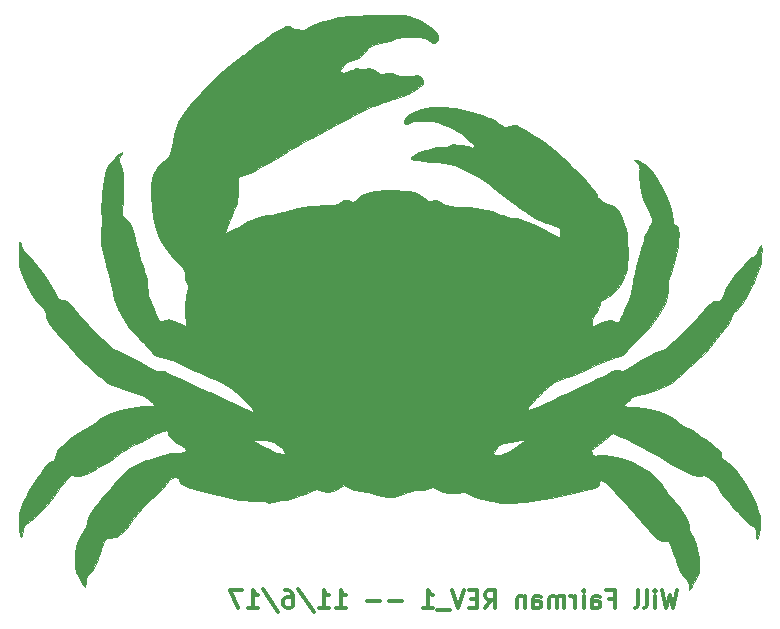
<source format=gbr>
G04 #@! TF.GenerationSoftware,KiCad,Pcbnew,5.0.0-fee4fd1~66~ubuntu16.04.1*
G04 #@! TF.CreationDate,2018-11-06T10:27:56-05:00*
G04 #@! TF.ProjectId,circuit,636972637569742E6B696361645F7063,rev?*
G04 #@! TF.SameCoordinates,Original*
G04 #@! TF.FileFunction,Legend,Bot*
G04 #@! TF.FilePolarity,Positive*
%FSLAX46Y46*%
G04 Gerber Fmt 4.6, Leading zero omitted, Abs format (unit mm)*
G04 Created by KiCad (PCBNEW 5.0.0-fee4fd1~66~ubuntu16.04.1) date Tue Nov  6 10:27:56 2018*
%MOMM*%
%LPD*%
G01*
G04 APERTURE LIST*
%ADD10C,0.300000*%
%ADD11C,0.010000*%
G04 APERTURE END LIST*
D10*
X187076571Y-105604571D02*
X186719428Y-107104571D01*
X186433714Y-106033142D01*
X186148000Y-107104571D01*
X185790857Y-105604571D01*
X185219428Y-107104571D02*
X185219428Y-106104571D01*
X185219428Y-105604571D02*
X185290857Y-105676000D01*
X185219428Y-105747428D01*
X185148000Y-105676000D01*
X185219428Y-105604571D01*
X185219428Y-105747428D01*
X184290857Y-107104571D02*
X184433714Y-107033142D01*
X184505142Y-106890285D01*
X184505142Y-105604571D01*
X183505142Y-107104571D02*
X183648000Y-107033142D01*
X183719428Y-106890285D01*
X183719428Y-105604571D01*
X181290857Y-106318857D02*
X181790857Y-106318857D01*
X181790857Y-107104571D02*
X181790857Y-105604571D01*
X181076571Y-105604571D01*
X179862285Y-107104571D02*
X179862285Y-106318857D01*
X179933714Y-106176000D01*
X180076571Y-106104571D01*
X180362285Y-106104571D01*
X180505142Y-106176000D01*
X179862285Y-107033142D02*
X180005142Y-107104571D01*
X180362285Y-107104571D01*
X180505142Y-107033142D01*
X180576571Y-106890285D01*
X180576571Y-106747428D01*
X180505142Y-106604571D01*
X180362285Y-106533142D01*
X180005142Y-106533142D01*
X179862285Y-106461714D01*
X179148000Y-107104571D02*
X179148000Y-106104571D01*
X179148000Y-105604571D02*
X179219428Y-105676000D01*
X179148000Y-105747428D01*
X179076571Y-105676000D01*
X179148000Y-105604571D01*
X179148000Y-105747428D01*
X178433714Y-107104571D02*
X178433714Y-106104571D01*
X178433714Y-106390285D02*
X178362285Y-106247428D01*
X178290857Y-106176000D01*
X178148000Y-106104571D01*
X178005142Y-106104571D01*
X177505142Y-107104571D02*
X177505142Y-106104571D01*
X177505142Y-106247428D02*
X177433714Y-106176000D01*
X177290857Y-106104571D01*
X177076571Y-106104571D01*
X176933714Y-106176000D01*
X176862285Y-106318857D01*
X176862285Y-107104571D01*
X176862285Y-106318857D02*
X176790857Y-106176000D01*
X176648000Y-106104571D01*
X176433714Y-106104571D01*
X176290857Y-106176000D01*
X176219428Y-106318857D01*
X176219428Y-107104571D01*
X174862285Y-107104571D02*
X174862285Y-106318857D01*
X174933714Y-106176000D01*
X175076571Y-106104571D01*
X175362285Y-106104571D01*
X175505142Y-106176000D01*
X174862285Y-107033142D02*
X175005142Y-107104571D01*
X175362285Y-107104571D01*
X175505142Y-107033142D01*
X175576571Y-106890285D01*
X175576571Y-106747428D01*
X175505142Y-106604571D01*
X175362285Y-106533142D01*
X175005142Y-106533142D01*
X174862285Y-106461714D01*
X174148000Y-106104571D02*
X174148000Y-107104571D01*
X174148000Y-106247428D02*
X174076571Y-106176000D01*
X173933714Y-106104571D01*
X173719428Y-106104571D01*
X173576571Y-106176000D01*
X173505142Y-106318857D01*
X173505142Y-107104571D01*
X170790857Y-107104571D02*
X171290857Y-106390285D01*
X171648000Y-107104571D02*
X171648000Y-105604571D01*
X171076571Y-105604571D01*
X170933714Y-105676000D01*
X170862285Y-105747428D01*
X170790857Y-105890285D01*
X170790857Y-106104571D01*
X170862285Y-106247428D01*
X170933714Y-106318857D01*
X171076571Y-106390285D01*
X171648000Y-106390285D01*
X170148000Y-106318857D02*
X169648000Y-106318857D01*
X169433714Y-107104571D02*
X170148000Y-107104571D01*
X170148000Y-105604571D01*
X169433714Y-105604571D01*
X169005142Y-105604571D02*
X168505142Y-107104571D01*
X168005142Y-105604571D01*
X167862285Y-107247428D02*
X166719428Y-107247428D01*
X165576571Y-107104571D02*
X166433714Y-107104571D01*
X166005142Y-107104571D02*
X166005142Y-105604571D01*
X166148000Y-105818857D01*
X166290857Y-105961714D01*
X166433714Y-106033142D01*
X163790857Y-106533142D02*
X162648000Y-106533142D01*
X161933714Y-106533142D02*
X160790857Y-106533142D01*
X158148000Y-107104571D02*
X159005142Y-107104571D01*
X158576571Y-107104571D02*
X158576571Y-105604571D01*
X158719428Y-105818857D01*
X158862285Y-105961714D01*
X159005142Y-106033142D01*
X156719428Y-107104571D02*
X157576571Y-107104571D01*
X157148000Y-107104571D02*
X157148000Y-105604571D01*
X157290857Y-105818857D01*
X157433714Y-105961714D01*
X157576571Y-106033142D01*
X155005142Y-105533142D02*
X156290857Y-107461714D01*
X153862285Y-105604571D02*
X154148000Y-105604571D01*
X154290857Y-105676000D01*
X154362285Y-105747428D01*
X154505142Y-105961714D01*
X154576571Y-106247428D01*
X154576571Y-106818857D01*
X154505142Y-106961714D01*
X154433714Y-107033142D01*
X154290857Y-107104571D01*
X154005142Y-107104571D01*
X153862285Y-107033142D01*
X153790857Y-106961714D01*
X153719428Y-106818857D01*
X153719428Y-106461714D01*
X153790857Y-106318857D01*
X153862285Y-106247428D01*
X154005142Y-106176000D01*
X154290857Y-106176000D01*
X154433714Y-106247428D01*
X154505142Y-106318857D01*
X154576571Y-106461714D01*
X152005142Y-105533142D02*
X153290857Y-107461714D01*
X150719428Y-107104571D02*
X151576571Y-107104571D01*
X151148000Y-107104571D02*
X151148000Y-105604571D01*
X151290857Y-105818857D01*
X151433714Y-105961714D01*
X151576571Y-106033142D01*
X150219428Y-105604571D02*
X149219428Y-105604571D01*
X149862285Y-107104571D01*
D11*
G04 #@! TO.C,G\002A\002A\002A*
G36*
X162330176Y-56907928D02*
X161647171Y-56917290D01*
X160814120Y-56932875D01*
X160127964Y-56952920D01*
X159566295Y-56978701D01*
X159106704Y-57011497D01*
X158726783Y-57052588D01*
X158411333Y-57101920D01*
X157602384Y-57281904D01*
X156850611Y-57509531D01*
X156199738Y-57770489D01*
X155897179Y-57924969D01*
X155622888Y-58066843D01*
X155408568Y-58130448D01*
X155174221Y-58132816D01*
X155008179Y-58114235D01*
X154712128Y-58056970D01*
X154459240Y-57976754D01*
X154367883Y-57931223D01*
X154187284Y-57859740D01*
X153967068Y-57866962D01*
X153689427Y-57960420D01*
X153336556Y-58147645D01*
X152890648Y-58436167D01*
X152470701Y-58733543D01*
X151995954Y-59078184D01*
X151447752Y-59475873D01*
X150889827Y-59880392D01*
X150385910Y-60245522D01*
X150325667Y-60289151D01*
X149129311Y-61198308D01*
X148085020Y-62084325D01*
X147179203Y-62959145D01*
X146719244Y-63457806D01*
X146086861Y-64196107D01*
X145572520Y-64848792D01*
X145164088Y-65438539D01*
X144849433Y-65988028D01*
X144616420Y-66519938D01*
X144452918Y-67056951D01*
X144346792Y-67621744D01*
X144307154Y-67966626D01*
X144248780Y-68362731D01*
X144139689Y-68679356D01*
X143953193Y-68961078D01*
X143662603Y-69252474D01*
X143410887Y-69463652D01*
X143155736Y-69705761D01*
X142935158Y-69977372D01*
X142838630Y-70137923D01*
X142648776Y-70690699D01*
X142539935Y-71376699D01*
X142512637Y-72180163D01*
X142567413Y-73085330D01*
X142704791Y-74076441D01*
X142705991Y-74083333D01*
X142911107Y-74975349D01*
X143205730Y-75756412D01*
X143611454Y-76467964D01*
X144149874Y-77151445D01*
X144493441Y-77513499D01*
X144840754Y-77866665D01*
X145082935Y-78133677D01*
X145238597Y-78343975D01*
X145326352Y-78526996D01*
X145364814Y-78712176D01*
X145372667Y-78904074D01*
X145415262Y-79216596D01*
X145519229Y-79520738D01*
X145533344Y-79548402D01*
X145623821Y-79740298D01*
X145651191Y-79904156D01*
X145619425Y-80112692D01*
X145573790Y-80288929D01*
X145465936Y-80819284D01*
X145403909Y-81414526D01*
X145391310Y-82005815D01*
X145431735Y-82524316D01*
X145451050Y-82637061D01*
X145497492Y-82915809D01*
X145516355Y-83122911D01*
X145506064Y-83206825D01*
X145413289Y-83194862D01*
X145206517Y-83122017D01*
X144923615Y-83002313D01*
X144797923Y-82944594D01*
X144435064Y-82779225D01*
X144183193Y-82683800D01*
X144002307Y-82651603D01*
X143852405Y-82675919D01*
X143693487Y-82750035D01*
X143680725Y-82757062D01*
X143477611Y-82823217D01*
X143295829Y-82772655D01*
X143124139Y-82593059D01*
X142951303Y-82272116D01*
X142766081Y-81797509D01*
X142742130Y-81728605D01*
X142623575Y-81426991D01*
X142492645Y-81156261D01*
X142424712Y-81043892D01*
X142335947Y-80864691D01*
X142273856Y-80601860D01*
X142231395Y-80220267D01*
X142217364Y-80010000D01*
X142190170Y-79669886D01*
X142144494Y-79346639D01*
X142071469Y-79001529D01*
X141962227Y-78595827D01*
X141807899Y-78090805D01*
X141703420Y-77765399D01*
X141541210Y-77249442D01*
X141390829Y-76741442D01*
X141263826Y-76282640D01*
X141171747Y-75914274D01*
X141134442Y-75733399D01*
X140997211Y-75156311D01*
X140789584Y-74682784D01*
X140483483Y-74252422D01*
X140403768Y-74161550D01*
X140098870Y-73824064D01*
X140157746Y-72239199D01*
X140177522Y-71479477D01*
X140173156Y-70867515D01*
X140142756Y-70383207D01*
X140084429Y-70006447D01*
X139996282Y-69717129D01*
X139903249Y-69535478D01*
X139798793Y-69286668D01*
X139823031Y-69035207D01*
X139953072Y-68770500D01*
X140052026Y-68576394D01*
X140045640Y-68500428D01*
X139945047Y-68537826D01*
X139761378Y-68683813D01*
X139505766Y-68933614D01*
X139459623Y-68982166D01*
X139157108Y-69324919D01*
X138923067Y-69651466D01*
X138745875Y-69994191D01*
X138613908Y-70385481D01*
X138515538Y-70857720D01*
X138439142Y-71443293D01*
X138390641Y-71960052D01*
X138342807Y-72582549D01*
X138317550Y-73063108D01*
X138314405Y-73427549D01*
X138332909Y-73701694D01*
X138356732Y-73845600D01*
X138400289Y-74178110D01*
X138402734Y-74514491D01*
X138391714Y-74618558D01*
X138322654Y-75162796D01*
X138296603Y-75669194D01*
X138317469Y-76173365D01*
X138389157Y-76710922D01*
X138515575Y-77317478D01*
X138700629Y-78028645D01*
X138806699Y-78401333D01*
X138933337Y-78866371D01*
X139051778Y-79352047D01*
X139146309Y-79791290D01*
X139190554Y-80039886D01*
X139384357Y-80935642D01*
X139690348Y-81774355D01*
X140120989Y-82578385D01*
X140688740Y-83370090D01*
X141406065Y-84171830D01*
X141604004Y-84370333D01*
X141918070Y-84685814D01*
X142188757Y-84969731D01*
X142392396Y-85196352D01*
X142505315Y-85339943D01*
X142518622Y-85364682D01*
X142671137Y-85556926D01*
X142964724Y-85730051D01*
X143371204Y-85870260D01*
X143690821Y-85938604D01*
X143976243Y-86003684D01*
X144312517Y-86115124D01*
X144724939Y-86283054D01*
X145238806Y-86517604D01*
X145730397Y-86755322D01*
X146238710Y-87001966D01*
X146744046Y-87241156D01*
X147207935Y-87455113D01*
X147591907Y-87626057D01*
X147828000Y-87724766D01*
X148313559Y-87924801D01*
X148702679Y-88112256D01*
X149042775Y-88317386D01*
X149381259Y-88570445D01*
X149765546Y-88901690D01*
X149982858Y-89099795D01*
X150453369Y-89545797D01*
X150814149Y-89914613D01*
X151059120Y-90199252D01*
X151182207Y-90392723D01*
X151184496Y-90482393D01*
X151094100Y-90465634D01*
X150878417Y-90384926D01*
X150563949Y-90251376D01*
X150177200Y-90076091D01*
X149881522Y-89936361D01*
X149325153Y-89674040D01*
X148692960Y-89383684D01*
X148056775Y-89097864D01*
X147488430Y-88849150D01*
X147404667Y-88813303D01*
X146862317Y-88575444D01*
X146239035Y-88291430D01*
X145604040Y-87993391D01*
X145026552Y-87713455D01*
X144908852Y-87654863D01*
X144429397Y-87417338D01*
X144071775Y-87248627D01*
X143808049Y-87138540D01*
X143610280Y-87076886D01*
X143450528Y-87053474D01*
X143300855Y-87058113D01*
X143279157Y-87060416D01*
X143097027Y-87070435D01*
X142930258Y-87044159D01*
X142737939Y-86965888D01*
X142479160Y-86819919D01*
X142201320Y-86646721D01*
X141771920Y-86387275D01*
X141277358Y-86109168D01*
X140759730Y-85834176D01*
X140261137Y-85584073D01*
X139823676Y-85380635D01*
X139499323Y-85249104D01*
X139319124Y-85142961D01*
X139045620Y-84926401D01*
X138696512Y-84616881D01*
X138289500Y-84231857D01*
X137842286Y-83788785D01*
X137372570Y-83305121D01*
X136898052Y-82798323D01*
X136436433Y-82285845D01*
X136097080Y-81893833D01*
X135733881Y-81480690D01*
X135459361Y-81202686D01*
X135267789Y-81054387D01*
X135180838Y-81024843D01*
X134926592Y-81002106D01*
X134742429Y-80916756D01*
X134591404Y-80737268D01*
X134436575Y-80432120D01*
X134406683Y-80364249D01*
X134247647Y-80059336D01*
X134003134Y-79664154D01*
X133697161Y-79211086D01*
X133353748Y-78732517D01*
X132996911Y-78260831D01*
X132650671Y-77828411D01*
X132339045Y-77467641D01*
X132086051Y-77210904D01*
X132035783Y-77167592D01*
X131767281Y-76908909D01*
X131612056Y-76647332D01*
X131559887Y-76483302D01*
X131479633Y-76209991D01*
X131416300Y-76097590D01*
X131369216Y-76147781D01*
X131337712Y-76362250D01*
X131321114Y-76742680D01*
X131318000Y-77090383D01*
X131320039Y-77539765D01*
X131332192Y-77871129D01*
X131363514Y-78135784D01*
X131423061Y-78385043D01*
X131519888Y-78670216D01*
X131662085Y-79040150D01*
X132018666Y-79832951D01*
X132437116Y-80560952D01*
X132893160Y-81185160D01*
X133212381Y-81530461D01*
X133432154Y-81756510D01*
X133550602Y-81931394D01*
X133597603Y-82110997D01*
X133604000Y-82262905D01*
X133625752Y-82490633D01*
X133706833Y-82708059D01*
X133870982Y-82969402D01*
X133976269Y-83113110D01*
X134388002Y-83638115D01*
X134865167Y-84209525D01*
X135374047Y-84789677D01*
X135880925Y-85340909D01*
X136352085Y-85825558D01*
X136709864Y-86166594D01*
X137072486Y-86497533D01*
X137456169Y-86852854D01*
X137804427Y-87180030D01*
X137975334Y-87343342D01*
X138336831Y-87659183D01*
X138734663Y-87935199D01*
X139197147Y-88185606D01*
X139752596Y-88424622D01*
X140429325Y-88666464D01*
X140927667Y-88825743D01*
X141402530Y-88975480D01*
X141747756Y-89094782D01*
X141996618Y-89199403D01*
X142182390Y-89305097D01*
X142338347Y-89427616D01*
X142472833Y-89557271D01*
X142662559Y-89753787D01*
X142792941Y-89896378D01*
X142832667Y-89948571D01*
X142753600Y-89963000D01*
X142538407Y-89982930D01*
X142220099Y-90005713D01*
X141837833Y-90028370D01*
X140828518Y-90129436D01*
X139930177Y-90323962D01*
X139105600Y-90623473D01*
X138317572Y-91039490D01*
X138075986Y-91193187D01*
X137744927Y-91407195D01*
X137335701Y-91664875D01*
X136915967Y-91923828D01*
X136736383Y-92032666D01*
X136310482Y-92308541D01*
X135841334Y-92643144D01*
X135408627Y-92978756D01*
X135270064Y-93094775D01*
X134950825Y-93377103D01*
X134738702Y-93588755D01*
X134607137Y-93763004D01*
X134529576Y-93933127D01*
X134493000Y-94068442D01*
X134407396Y-94388256D01*
X134316252Y-94570996D01*
X134199481Y-94648296D01*
X134119042Y-94657333D01*
X133967704Y-94728717D01*
X133752085Y-94928928D01*
X133486982Y-95237056D01*
X133187185Y-95632191D01*
X132867490Y-96093422D01*
X132542689Y-96599840D01*
X132227575Y-97130534D01*
X131936942Y-97664594D01*
X131803487Y-97930342D01*
X131615525Y-98321593D01*
X131489050Y-98612091D01*
X131410708Y-98852982D01*
X131367150Y-99095411D01*
X131345021Y-99390524D01*
X131332694Y-99733769D01*
X131331543Y-100176361D01*
X131353701Y-100547307D01*
X131393579Y-100832305D01*
X131445589Y-101017057D01*
X131504144Y-101087259D01*
X131563655Y-101028613D01*
X131618535Y-100826817D01*
X131654806Y-100558110D01*
X131693858Y-100288610D01*
X131762294Y-100131012D01*
X131891148Y-100027894D01*
X131960855Y-99991805D01*
X132307114Y-99773737D01*
X132716286Y-99434824D01*
X133164735Y-98999762D01*
X133628824Y-98493250D01*
X134084916Y-97939985D01*
X134509374Y-97364665D01*
X134594764Y-97239666D01*
X134839708Y-96898522D01*
X135121845Y-96538433D01*
X135322695Y-96302501D01*
X135708785Y-95873335D01*
X136201559Y-95907205D01*
X136522107Y-95913377D01*
X136779493Y-95866549D01*
X137061965Y-95747378D01*
X137160000Y-95697140D01*
X137594200Y-95461855D01*
X138072959Y-95189450D01*
X138562779Y-94900307D01*
X139030159Y-94614810D01*
X139441599Y-94353341D01*
X139763601Y-94136283D01*
X139930409Y-94011506D01*
X140170587Y-93839547D01*
X140534464Y-93617193D01*
X141029123Y-93340538D01*
X141661653Y-93005674D01*
X142439137Y-92608697D01*
X142832667Y-92411502D01*
X143150104Y-92265330D01*
X143448382Y-92148329D01*
X143658167Y-92086985D01*
X143846079Y-92066368D01*
X143920951Y-92118493D01*
X143933334Y-92241728D01*
X143997240Y-92478638D01*
X144195860Y-92731139D01*
X144539539Y-93009953D01*
X144900982Y-93244147D01*
X145179268Y-93422372D01*
X145395550Y-93579462D01*
X145512265Y-93687571D01*
X145521697Y-93704312D01*
X145479632Y-93813778D01*
X145293336Y-93901184D01*
X144987257Y-93959316D01*
X144585845Y-93980961D01*
X144583988Y-93980965D01*
X144172510Y-94019090D01*
X143636670Y-94127828D01*
X143002823Y-94300605D01*
X142297326Y-94530848D01*
X142106968Y-94598749D01*
X141434393Y-94893357D01*
X140786801Y-95270880D01*
X140205516Y-95702513D01*
X139731864Y-96159454D01*
X139557465Y-96375751D01*
X139365442Y-96625743D01*
X139099646Y-96953422D01*
X138799640Y-97310661D01*
X138582945Y-97561119D01*
X138095713Y-98140187D01*
X137692015Y-98669907D01*
X137381655Y-99135236D01*
X137174434Y-99521127D01*
X137080157Y-99812539D01*
X137075334Y-99874799D01*
X137003757Y-100237448D01*
X136788250Y-100681409D01*
X136526065Y-101076731D01*
X136344226Y-101426522D01*
X136202117Y-101897525D01*
X136108602Y-102444453D01*
X136072549Y-103022023D01*
X136081197Y-103349026D01*
X136112717Y-103690294D01*
X136157569Y-103973243D01*
X136207514Y-104149665D01*
X136222302Y-104174664D01*
X136307486Y-104307971D01*
X136435706Y-104542654D01*
X136571617Y-104812520D01*
X136708185Y-105064692D01*
X136827713Y-105233246D01*
X136905239Y-105283267D01*
X136907360Y-105282159D01*
X136958904Y-105172575D01*
X136988157Y-104959690D01*
X136990667Y-104870510D01*
X137019980Y-104593491D01*
X137135061Y-104384445D01*
X137252220Y-104261673D01*
X137500245Y-103984641D01*
X137717320Y-103643768D01*
X137920207Y-103206883D01*
X138125667Y-102641817D01*
X138174964Y-102490605D01*
X138331290Y-102009286D01*
X138454183Y-101665228D01*
X138561206Y-101434215D01*
X138669920Y-101292035D01*
X138797886Y-101214475D01*
X138962665Y-101177320D01*
X139140166Y-101159806D01*
X139388888Y-101125445D01*
X139611212Y-101055479D01*
X139827983Y-100932691D01*
X140060043Y-100739865D01*
X140328237Y-100459785D01*
X140653407Y-100075234D01*
X141038522Y-99591797D01*
X141456606Y-99065026D01*
X141798782Y-98650359D01*
X142088112Y-98322499D01*
X142347657Y-98056148D01*
X142600476Y-97826011D01*
X142792917Y-97667234D01*
X143021938Y-97454717D01*
X143274952Y-97175978D01*
X143422891Y-96989900D01*
X143756015Y-96564732D01*
X144031702Y-96273947D01*
X144269966Y-96101342D01*
X144490820Y-96030716D01*
X144609576Y-96029252D01*
X144812743Y-96064483D01*
X144902910Y-96157169D01*
X144932989Y-96322236D01*
X144954417Y-96438037D01*
X145007136Y-96536394D01*
X145110904Y-96626260D01*
X145285483Y-96716589D01*
X145550632Y-96816334D01*
X145926111Y-96934449D01*
X146431680Y-97079886D01*
X146880397Y-97204631D01*
X147811206Y-97455148D01*
X148608164Y-97654189D01*
X149297156Y-97806476D01*
X149904067Y-97916732D01*
X150454783Y-97989680D01*
X150975187Y-98030042D01*
X151472900Y-98042521D01*
X151831925Y-98051773D01*
X152128904Y-98075393D01*
X152321748Y-98109237D01*
X152368098Y-98130630D01*
X152513982Y-98174591D01*
X152798503Y-98145478D01*
X152871864Y-98131139D01*
X153168011Y-98071310D01*
X153549865Y-97995925D01*
X153936753Y-97920903D01*
X153951216Y-97918130D01*
X154312866Y-97831340D01*
X154763798Y-97697720D01*
X155237948Y-97537827D01*
X155549999Y-97420605D01*
X156486565Y-97049967D01*
X156962116Y-97174223D01*
X157474184Y-97258472D01*
X157923304Y-97212908D01*
X158363421Y-97030229D01*
X158464480Y-96970862D01*
X158860029Y-96727777D01*
X159260530Y-96925983D01*
X159723679Y-97086549D01*
X160319891Y-97172026D01*
X160327349Y-97172572D01*
X160848694Y-97240144D01*
X161267667Y-97366575D01*
X161417000Y-97435264D01*
X161744196Y-97569551D01*
X162112733Y-97649623D01*
X162527183Y-97687458D01*
X162873809Y-97701176D01*
X163131234Y-97688227D01*
X163364638Y-97635797D01*
X163639201Y-97531070D01*
X163892506Y-97419005D01*
X164278578Y-97256439D01*
X164585181Y-97162359D01*
X164879268Y-97120192D01*
X165130110Y-97112666D01*
X165525702Y-97087359D01*
X165889102Y-97020529D01*
X166040516Y-96972113D01*
X166391793Y-96831560D01*
X166902548Y-97112350D01*
X167272122Y-97285598D01*
X167629934Y-97377347D01*
X168029820Y-97394416D01*
X168525612Y-97343626D01*
X168617585Y-97329635D01*
X168848447Y-97302442D01*
X169039639Y-97314141D01*
X169247189Y-97377667D01*
X169527123Y-97505954D01*
X169652638Y-97568582D01*
X169968695Y-97714571D01*
X170252673Y-97822716D01*
X170451375Y-97873220D01*
X170475116Y-97874666D01*
X170651101Y-97893102D01*
X170941620Y-97942459D01*
X171296627Y-98013808D01*
X171472063Y-98052522D01*
X171854876Y-98131853D01*
X172191863Y-98179191D01*
X172541403Y-98198567D01*
X172961875Y-98194008D01*
X173312667Y-98179555D01*
X173792604Y-98151530D01*
X174252200Y-98112515D01*
X174718536Y-98058187D01*
X175218691Y-97984224D01*
X175779747Y-97886305D01*
X176428784Y-97760107D01*
X177192881Y-97601310D01*
X177927000Y-97443150D01*
X178658611Y-97280846D01*
X179239576Y-97143983D01*
X179685712Y-97026953D01*
X180012837Y-96924150D01*
X180236768Y-96829965D01*
X180373321Y-96738790D01*
X180438314Y-96645019D01*
X180448271Y-96549289D01*
X180491642Y-96371927D01*
X180655353Y-96301410D01*
X180835941Y-96322981D01*
X180945666Y-96399510D01*
X181143189Y-96583927D01*
X181407276Y-96854560D01*
X181716690Y-97189739D01*
X182008274Y-97519344D01*
X182705816Y-98322872D01*
X183302158Y-99007921D01*
X183807029Y-99583947D01*
X184230161Y-100060410D01*
X184581283Y-100446766D01*
X184870126Y-100752474D01*
X185106421Y-100986992D01*
X185299898Y-101159778D01*
X185460287Y-101280289D01*
X185597319Y-101357984D01*
X185720724Y-101402320D01*
X185840233Y-101422756D01*
X185965576Y-101428749D01*
X186030855Y-101429273D01*
X186169484Y-101432733D01*
X186276324Y-101456890D01*
X186365349Y-101524522D01*
X186450534Y-101658410D01*
X186545851Y-101881334D01*
X186665274Y-102216072D01*
X186822777Y-102685406D01*
X186848149Y-102761611D01*
X187056782Y-103353484D01*
X187248159Y-103811664D01*
X187439215Y-104168304D01*
X187646887Y-104455556D01*
X187856714Y-104676363D01*
X188022132Y-104859293D01*
X188080001Y-105032383D01*
X188066830Y-105247863D01*
X188056678Y-105485486D01*
X188101244Y-105571832D01*
X188186541Y-105510397D01*
X188298583Y-105304674D01*
X188349849Y-105177166D01*
X188479303Y-104886199D01*
X188629979Y-104624090D01*
X188687580Y-104545104D01*
X188842846Y-104281644D01*
X188928340Y-103941708D01*
X188947250Y-103499025D01*
X188902767Y-102927319D01*
X188893432Y-102849692D01*
X188792739Y-102176133D01*
X188673441Y-101650073D01*
X188529219Y-101250126D01*
X188353757Y-100954903D01*
X188322203Y-100915767D01*
X188170408Y-100684289D01*
X188079618Y-100398046D01*
X188037955Y-100109899D01*
X188001327Y-99843928D01*
X187939999Y-99623555D01*
X187832129Y-99400388D01*
X187655874Y-99126033D01*
X187484524Y-98883748D01*
X187198547Y-98500779D01*
X186875333Y-98090151D01*
X186572320Y-97724303D01*
X186491036Y-97630819D01*
X186243324Y-97336114D01*
X186023475Y-97049096D01*
X185869873Y-96820598D01*
X185843651Y-96773420D01*
X185594868Y-96411840D01*
X185216270Y-96020650D01*
X184738757Y-95623579D01*
X184193230Y-95244353D01*
X183610586Y-94906702D01*
X183099158Y-94665902D01*
X182584330Y-94485945D01*
X181999148Y-94336603D01*
X181400343Y-94228256D01*
X180844647Y-94171280D01*
X180410195Y-94174022D01*
X180136622Y-94193398D01*
X179981635Y-94177651D01*
X179895403Y-94109224D01*
X179828090Y-93970560D01*
X179827299Y-93968649D01*
X179765516Y-93792280D01*
X179755563Y-93702241D01*
X179757104Y-93700901D01*
X180109068Y-93475369D01*
X180480556Y-93216181D01*
X180828688Y-92955266D01*
X180901451Y-92895714D01*
X174227949Y-92895714D01*
X174200781Y-92941073D01*
X174125178Y-92990145D01*
X173991106Y-93076035D01*
X173751446Y-93231399D01*
X173442204Y-93432841D01*
X173155587Y-93620166D01*
X172785158Y-93856892D01*
X172514313Y-94011496D01*
X172305098Y-94100638D01*
X172119560Y-94140975D01*
X171949967Y-94149333D01*
X171669677Y-94127583D01*
X171525965Y-94056834D01*
X171501700Y-94016212D01*
X171504667Y-94001166D01*
X153923088Y-94001166D01*
X153848533Y-94057067D01*
X153621651Y-94043258D01*
X153241530Y-93959671D01*
X153189974Y-93946120D01*
X152961683Y-93867348D01*
X152657864Y-93738104D01*
X152312139Y-93575761D01*
X151958131Y-93397695D01*
X151629464Y-93221281D01*
X151359760Y-93063893D01*
X151182641Y-92942907D01*
X151130000Y-92881611D01*
X151204152Y-92843571D01*
X151388216Y-92837543D01*
X151447500Y-92842155D01*
X151720559Y-92867455D01*
X152061844Y-92896890D01*
X152242307Y-92911665D01*
X152561610Y-92957371D01*
X152852365Y-93032204D01*
X152974680Y-93081698D01*
X153147818Y-93198300D01*
X153365554Y-93380482D01*
X153589353Y-93590884D01*
X153780682Y-93792149D01*
X153901007Y-93946917D01*
X153923088Y-94001166D01*
X171504667Y-94001166D01*
X171531171Y-93866786D01*
X171695753Y-93637448D01*
X171812095Y-93511182D01*
X171981725Y-93342814D01*
X172127781Y-93228905D01*
X172293557Y-93151743D01*
X172522347Y-93093616D01*
X172857445Y-93036814D01*
X173038896Y-93009302D01*
X173422847Y-92954812D01*
X173760738Y-92912624D01*
X174006759Y-92888156D01*
X174095276Y-92884312D01*
X174227949Y-92895714D01*
X180901451Y-92895714D01*
X181110584Y-92724554D01*
X181262656Y-92579842D01*
X181460580Y-92390555D01*
X181614733Y-92322399D01*
X181721455Y-92334493D01*
X181979690Y-92432099D01*
X182356207Y-92601083D01*
X182823210Y-92827174D01*
X183352906Y-93096101D01*
X183917501Y-93393593D01*
X184489200Y-93705379D01*
X185040208Y-94017189D01*
X185335333Y-94190033D01*
X185854017Y-94492932D01*
X186401458Y-94803546D01*
X186931043Y-95096026D01*
X187396157Y-95344524D01*
X187663667Y-95481065D01*
X188062008Y-95675409D01*
X188349410Y-95803907D01*
X188565519Y-95878158D01*
X188749979Y-95909766D01*
X188942434Y-95910333D01*
X189092965Y-95899348D01*
X189363324Y-95881212D01*
X189545534Y-95899576D01*
X189701060Y-95977561D01*
X189891366Y-96138285D01*
X190002102Y-96241308D01*
X190268834Y-96534258D01*
X190519021Y-96880121D01*
X190646232Y-97102122D01*
X190822285Y-97393383D01*
X191092992Y-97756617D01*
X191426796Y-98150908D01*
X191601254Y-98340333D01*
X191916786Y-98678029D01*
X192222557Y-99013495D01*
X192480990Y-99305045D01*
X192638026Y-99490467D01*
X192873504Y-99739754D01*
X193132827Y-99954308D01*
X193271534Y-100040801D01*
X193523168Y-100182536D01*
X193656168Y-100316422D01*
X193708373Y-100499341D01*
X193717334Y-100711000D01*
X193737711Y-100975761D01*
X193785799Y-101153976D01*
X193848892Y-101218461D01*
X193914288Y-101142035D01*
X193916329Y-101136822D01*
X194016417Y-100757049D01*
X194076130Y-100282501D01*
X194090079Y-99784081D01*
X194053268Y-99335166D01*
X193936464Y-98858214D01*
X193734296Y-98310448D01*
X193463219Y-97718345D01*
X193139690Y-97108381D01*
X192780163Y-96507030D01*
X192401096Y-95940770D01*
X192018944Y-95436074D01*
X191650163Y-95019420D01*
X191311208Y-94717283D01*
X191103660Y-94589577D01*
X190895543Y-94467052D01*
X190799959Y-94316370D01*
X190770135Y-94129361D01*
X190742124Y-93964607D01*
X190671028Y-93818653D01*
X190530102Y-93657242D01*
X190292602Y-93446115D01*
X190135135Y-93315986D01*
X189602299Y-92903820D01*
X189029069Y-92499940D01*
X188462646Y-92135494D01*
X187950230Y-91841631D01*
X187743560Y-91737743D01*
X187469238Y-91584894D01*
X187245682Y-91419642D01*
X187150952Y-91317686D01*
X186999571Y-91180776D01*
X186719069Y-91011115D01*
X186342794Y-90823684D01*
X185904092Y-90633462D01*
X185436308Y-90455431D01*
X184972791Y-90304570D01*
X184771516Y-90248767D01*
X184220791Y-90140285D01*
X183598941Y-90073715D01*
X183282995Y-90059766D01*
X182932507Y-90047246D01*
X182655854Y-90027099D01*
X182489404Y-90002559D01*
X182457495Y-89986405D01*
X182522181Y-89910791D01*
X182684933Y-89790265D01*
X182753000Y-89746666D01*
X182939535Y-89604020D01*
X183042346Y-89472225D01*
X183049333Y-89441612D01*
X183063037Y-89376093D01*
X183118663Y-89315548D01*
X183237983Y-89251404D01*
X183442770Y-89175085D01*
X183754796Y-89078019D01*
X184195833Y-88951631D01*
X184529539Y-88858682D01*
X185259919Y-88642016D01*
X185852146Y-88430134D01*
X186336185Y-88207546D01*
X186741996Y-87958756D01*
X187099544Y-87668273D01*
X187381452Y-87384048D01*
X187698609Y-87059752D01*
X188055588Y-86727867D01*
X188385276Y-86450189D01*
X188447136Y-86402769D01*
X188851382Y-86059871D01*
X189322538Y-85590255D01*
X189842471Y-85013629D01*
X190393046Y-84349703D01*
X190715244Y-83937654D01*
X191034317Y-83515352D01*
X191264963Y-83193088D01*
X191426155Y-82939980D01*
X191536864Y-82725148D01*
X191616060Y-82517710D01*
X191644661Y-82424773D01*
X191795634Y-82115242D01*
X191972983Y-81971812D01*
X192149860Y-81851647D01*
X192338455Y-81651631D01*
X192550343Y-81354680D01*
X192797095Y-80943711D01*
X193090286Y-80401641D01*
X193259968Y-80072061D01*
X193561281Y-79466804D01*
X193788680Y-78973295D01*
X193953478Y-78556963D01*
X194066989Y-78183233D01*
X194140525Y-77817532D01*
X194185398Y-77425287D01*
X194201427Y-77194833D01*
X194216116Y-76760317D01*
X194200540Y-76485538D01*
X194155853Y-76372233D01*
X194083208Y-76422135D01*
X193983760Y-76636981D01*
X193930674Y-76787628D01*
X193804245Y-77083251D01*
X193630123Y-77284514D01*
X193437036Y-77416024D01*
X193096310Y-77669304D01*
X192709130Y-78040728D01*
X192302498Y-78495867D01*
X191903414Y-79000294D01*
X191538882Y-79519580D01*
X191235901Y-80019298D01*
X191021475Y-80465019D01*
X190998619Y-80525089D01*
X190877393Y-80836637D01*
X190772193Y-81019364D01*
X190647630Y-81105787D01*
X190468317Y-81128426D01*
X190344795Y-81125903D01*
X190168025Y-81137593D01*
X190008487Y-81205316D01*
X189821804Y-81355471D01*
X189617265Y-81558705D01*
X189325876Y-81875901D01*
X189015711Y-82237959D01*
X188813210Y-82490491D01*
X188626714Y-82710346D01*
X188344116Y-83014497D01*
X187994396Y-83373104D01*
X187606538Y-83756325D01*
X187289210Y-84059684D01*
X186847107Y-84469923D01*
X186502179Y-84775171D01*
X186233469Y-84991755D01*
X186020019Y-85136004D01*
X185840871Y-85224245D01*
X185758667Y-85252159D01*
X185256863Y-85438426D01*
X184670336Y-85731275D01*
X183987177Y-86137046D01*
X183499088Y-86455342D01*
X183107256Y-86714575D01*
X182823883Y-86887697D01*
X182618830Y-86985889D01*
X182461960Y-87020328D01*
X182323136Y-87002195D01*
X182178088Y-86945350D01*
X182094072Y-86922332D01*
X181982691Y-86929255D01*
X181822947Y-86974377D01*
X181593845Y-87065961D01*
X181274388Y-87212265D01*
X180843579Y-87421551D01*
X180374937Y-87654744D01*
X179784626Y-87946537D01*
X179148777Y-88254436D01*
X178486330Y-88569845D01*
X177816223Y-88884167D01*
X177157396Y-89188807D01*
X176528787Y-89475166D01*
X175949335Y-89734650D01*
X175437979Y-89958662D01*
X175013658Y-90138606D01*
X174695310Y-90265884D01*
X174501875Y-90331902D01*
X174460459Y-90339333D01*
X174417496Y-90271078D01*
X174413333Y-90223693D01*
X174470691Y-90117219D01*
X174626595Y-89919419D01*
X174856792Y-89655560D01*
X175137031Y-89350910D01*
X175443058Y-89030738D01*
X175750621Y-88720310D01*
X176035468Y-88444896D01*
X176273345Y-88229763D01*
X176440001Y-88100178D01*
X176466226Y-88084862D01*
X176639011Y-88006148D01*
X176931707Y-87883866D01*
X177305627Y-87733776D01*
X177722082Y-87571639D01*
X177788116Y-87546380D01*
X178311352Y-87337858D01*
X178906044Y-87086886D01*
X179492658Y-86827680D01*
X179916667Y-86630685D01*
X180355728Y-86427569D01*
X180790983Y-86239024D01*
X181174965Y-86084829D01*
X181460209Y-85984760D01*
X181483000Y-85978054D01*
X181926239Y-85847676D01*
X182239829Y-85741899D01*
X182458097Y-85643061D01*
X182615368Y-85533503D01*
X182745968Y-85395564D01*
X182831301Y-85284380D01*
X183030580Y-85051544D01*
X183307099Y-84775482D01*
X183602460Y-84514343D01*
X183614592Y-84504417D01*
X183962305Y-84184215D01*
X184349970Y-83766332D01*
X184753482Y-83283151D01*
X185148734Y-82767056D01*
X185511619Y-82250430D01*
X185818031Y-81765656D01*
X186043863Y-81345117D01*
X186138642Y-81113751D01*
X186232654Y-80677300D01*
X186263810Y-80155272D01*
X186262565Y-80076402D01*
X186266244Y-79719570D01*
X186306962Y-79409465D01*
X186398235Y-79075060D01*
X186516117Y-78743954D01*
X186885271Y-77581457D01*
X187111394Y-76444076D01*
X187165580Y-75935300D01*
X187191146Y-75467341D01*
X187181377Y-75136275D01*
X187130309Y-74912229D01*
X187031978Y-74765331D01*
X186915657Y-74683487D01*
X186810939Y-74606094D01*
X186737016Y-74481871D01*
X186679622Y-74272268D01*
X186624496Y-73938735D01*
X186614806Y-73870388D01*
X186522666Y-73335625D01*
X186395244Y-72845106D01*
X186215440Y-72349596D01*
X185966152Y-71799858D01*
X185742481Y-71358956D01*
X185322560Y-70643900D01*
X184881388Y-70058090D01*
X184429240Y-69612218D01*
X183976392Y-69316979D01*
X183676165Y-69208395D01*
X183430333Y-69149707D01*
X183674401Y-69410379D01*
X183817867Y-69583076D01*
X183882387Y-69743655D01*
X183888236Y-69963649D01*
X183875378Y-70119499D01*
X183869291Y-70638996D01*
X183932237Y-71238666D01*
X184052666Y-71868175D01*
X184219027Y-72477190D01*
X184419772Y-73015377D01*
X184631521Y-73414771D01*
X184784440Y-73695108D01*
X184898037Y-73988841D01*
X184913981Y-74049783D01*
X184941506Y-74230119D01*
X184921443Y-74394219D01*
X184838676Y-74592330D01*
X184678090Y-74874695D01*
X184653532Y-74915533D01*
X184481485Y-75230048D01*
X184344663Y-75533756D01*
X184271729Y-75762758D01*
X184270585Y-75769231D01*
X184232254Y-75943644D01*
X184155712Y-76250328D01*
X184048980Y-76658650D01*
X183920079Y-77137981D01*
X183777032Y-77657689D01*
X183760648Y-77716473D01*
X183613872Y-78263976D01*
X183481225Y-78799304D01*
X183371185Y-79285021D01*
X183292226Y-79683690D01*
X183252827Y-79957874D01*
X183252639Y-79960140D01*
X183158111Y-80528531D01*
X182963938Y-81026000D01*
X182813775Y-81338084D01*
X182639284Y-81730173D01*
X182475327Y-82123618D01*
X182457300Y-82169000D01*
X182328040Y-82485181D01*
X182215172Y-82740858D01*
X182137292Y-82894614D01*
X182121405Y-82917038D01*
X182008041Y-82929599D01*
X181820890Y-82867237D01*
X181793266Y-82853538D01*
X181558069Y-82756642D01*
X181330690Y-82731954D01*
X181067318Y-82784875D01*
X180724144Y-82920805D01*
X180536118Y-83008523D01*
X180235020Y-83150775D01*
X180052542Y-83224930D01*
X179954797Y-83236481D01*
X179907899Y-83190923D01*
X179883496Y-83114356D01*
X179836529Y-82730294D01*
X179922126Y-82436259D01*
X180010343Y-82330288D01*
X180201448Y-82100694D01*
X180371199Y-81802571D01*
X180483755Y-81506868D01*
X180509333Y-81342577D01*
X180551548Y-81194985D01*
X180700329Y-81062765D01*
X180895433Y-80956827D01*
X181453833Y-80598406D01*
X181955572Y-80106912D01*
X182373526Y-79516011D01*
X182680570Y-78859367D01*
X182745087Y-78661132D01*
X182806522Y-78344824D01*
X182849957Y-77903814D01*
X182874770Y-77381840D01*
X182880341Y-76822639D01*
X182866047Y-76269951D01*
X182831268Y-75767511D01*
X182790764Y-75446244D01*
X182700454Y-75030073D01*
X182564802Y-74574512D01*
X182401022Y-74124488D01*
X182226328Y-73724930D01*
X182057937Y-73420768D01*
X181971111Y-73307021D01*
X181776832Y-73154936D01*
X181491159Y-72994613D01*
X181251671Y-72890646D01*
X180832516Y-72703197D01*
X180511067Y-72497130D01*
X180311378Y-72290786D01*
X180255333Y-72130860D01*
X180196083Y-71989532D01*
X180029740Y-71751162D01*
X179773418Y-71433800D01*
X179444231Y-71055498D01*
X179059294Y-70634306D01*
X178635720Y-70188276D01*
X178190622Y-69735459D01*
X177741116Y-69293906D01*
X177304313Y-68881669D01*
X176897329Y-68516798D01*
X176568457Y-68242056D01*
X176034375Y-67834628D01*
X175451572Y-67421009D01*
X174864535Y-67030805D01*
X174317750Y-66693620D01*
X173869731Y-66446133D01*
X173592268Y-66311425D01*
X173395019Y-66245481D01*
X173208468Y-66237976D01*
X172963100Y-66278584D01*
X172871248Y-66297837D01*
X172590642Y-66352584D01*
X172417260Y-66361075D01*
X172293244Y-66314746D01*
X172160731Y-66205030D01*
X172144850Y-66190304D01*
X171944475Y-66016882D01*
X171736604Y-65871998D01*
X171486008Y-65737616D01*
X171157456Y-65595700D01*
X170715719Y-65428212D01*
X170513125Y-65354925D01*
X169366498Y-65001106D01*
X168265436Y-64776253D01*
X167222741Y-64680953D01*
X166251214Y-64715792D01*
X165363657Y-64881354D01*
X164760598Y-65091750D01*
X164433920Y-65267935D01*
X164172229Y-65475308D01*
X163993280Y-65688916D01*
X163914828Y-65883805D01*
X163954627Y-66035019D01*
X164046220Y-66095796D01*
X164199008Y-66093582D01*
X164429412Y-66028740D01*
X164530654Y-65987305D01*
X164757153Y-65906400D01*
X165026766Y-65858232D01*
X165385322Y-65837003D01*
X165732601Y-65835208D01*
X166139365Y-65843137D01*
X166440937Y-65868205D01*
X166701421Y-65924014D01*
X166984923Y-66024166D01*
X167343667Y-66177037D01*
X167874915Y-66415341D01*
X168283701Y-66613490D01*
X168605220Y-66793117D01*
X168874666Y-66975859D01*
X169127234Y-67183351D01*
X169398119Y-67437227D01*
X169405738Y-67444656D01*
X169683112Y-67728070D01*
X169839110Y-67921583D01*
X169884955Y-68040609D01*
X169867864Y-68079336D01*
X169741108Y-68125575D01*
X169575257Y-68063161D01*
X169371332Y-67994741D01*
X169086147Y-67947810D01*
X168952333Y-67938312D01*
X168645763Y-67915564D01*
X168368016Y-67876528D01*
X168282932Y-67857927D01*
X168071349Y-67837175D01*
X167940023Y-67925693D01*
X167936964Y-67929819D01*
X167793838Y-68022204D01*
X167518618Y-68071528D01*
X167336366Y-68081501D01*
X167052747Y-68084904D01*
X166836095Y-68078149D01*
X166751000Y-68066874D01*
X166624379Y-68082752D01*
X166430263Y-68161360D01*
X166412333Y-68170598D01*
X166169376Y-68265130D01*
X165860849Y-68344088D01*
X165746700Y-68363946D01*
X165428647Y-68446943D01*
X165081572Y-68590817D01*
X164921200Y-68678536D01*
X164690987Y-68827208D01*
X164549354Y-68944148D01*
X164507938Y-69035293D01*
X164578373Y-69106582D01*
X164772292Y-69163953D01*
X165101330Y-69213343D01*
X165577121Y-69260691D01*
X166153465Y-69307476D01*
X166820087Y-69366001D01*
X167352730Y-69429915D01*
X167786749Y-69504626D01*
X168157499Y-69595543D01*
X168281469Y-69633021D01*
X168754069Y-69817020D01*
X169314886Y-70090385D01*
X169924942Y-70430703D01*
X170545256Y-70815563D01*
X171136846Y-71222552D01*
X171430711Y-71443694D01*
X172197041Y-72040598D01*
X172846112Y-72542971D01*
X173393680Y-72961075D01*
X173855497Y-73305174D01*
X174247317Y-73585529D01*
X174584894Y-73812403D01*
X174883981Y-73996059D01*
X175160333Y-74146760D01*
X175429703Y-74274768D01*
X175707845Y-74390345D01*
X176010511Y-74503755D01*
X176269305Y-74595749D01*
X177165000Y-74910438D01*
X177187091Y-75237719D01*
X177190620Y-75521174D01*
X177141284Y-75676935D01*
X177019849Y-75709878D01*
X176807081Y-75624879D01*
X176483746Y-75426814D01*
X176471915Y-75419030D01*
X175455319Y-74819698D01*
X174474989Y-74384985D01*
X173531427Y-74115093D01*
X173068631Y-74041446D01*
X172692125Y-73973878D01*
X172304664Y-73866838D01*
X172094965Y-73788002D01*
X171357997Y-73525415D01*
X170485962Y-73325334D01*
X169503025Y-73192657D01*
X168957612Y-73152013D01*
X168348770Y-73110271D01*
X167881880Y-73057008D01*
X167529643Y-72986065D01*
X167264762Y-72891283D01*
X167059940Y-72766504D01*
X166990160Y-72708123D01*
X166846744Y-72609056D01*
X166673815Y-72575678D01*
X166406868Y-72596669D01*
X166377683Y-72600610D01*
X166118545Y-72626786D01*
X165940412Y-72600722D01*
X165768836Y-72499402D01*
X165599485Y-72360020D01*
X165334421Y-72156296D01*
X165060533Y-72003987D01*
X164746279Y-71895063D01*
X164360116Y-71821495D01*
X163870500Y-71775254D01*
X163245891Y-71748308D01*
X163190549Y-71746783D01*
X162625075Y-71736748D01*
X162181318Y-71742957D01*
X161812177Y-71768426D01*
X161470552Y-71816170D01*
X161167590Y-71876307D01*
X160788228Y-71966360D01*
X160524745Y-72053734D01*
X160325761Y-72162170D01*
X160139894Y-72315405D01*
X160068170Y-72384272D01*
X159777777Y-72628234D01*
X159555650Y-72724719D01*
X159405771Y-72672214D01*
X159385000Y-72643999D01*
X159273922Y-72589747D01*
X159063568Y-72560811D01*
X159000955Y-72559333D01*
X158744817Y-72589123D01*
X158584052Y-72697669D01*
X158537816Y-72759907D01*
X158480879Y-72835797D01*
X158407049Y-72890839D01*
X158289151Y-72929577D01*
X158100014Y-72956552D01*
X157812466Y-72976306D01*
X157399334Y-72993383D01*
X157075364Y-73004382D01*
X156453407Y-73031764D01*
X155927030Y-73074438D01*
X155445880Y-73141132D01*
X154959600Y-73240572D01*
X154417834Y-73381484D01*
X153770227Y-73572594D01*
X153735885Y-73583097D01*
X153314198Y-73698412D01*
X152882706Y-73793608D01*
X152510699Y-73854198D01*
X152381219Y-73866311D01*
X152013070Y-73907876D01*
X151641439Y-73996219D01*
X151235746Y-74143085D01*
X150765411Y-74360218D01*
X150199854Y-74659361D01*
X149944667Y-74802040D01*
X149575021Y-75007024D01*
X149254037Y-75177444D01*
X149012437Y-75297531D01*
X148880945Y-75351518D01*
X148871077Y-75353002D01*
X148814534Y-75285607D01*
X148847302Y-75093505D01*
X148964704Y-74792844D01*
X149129932Y-74459502D01*
X149253368Y-74208112D01*
X149333997Y-74006473D01*
X149352000Y-73927469D01*
X149384478Y-73774846D01*
X149463301Y-73560545D01*
X149469735Y-73545795D01*
X149650276Y-73120123D01*
X149768279Y-72781105D01*
X149836177Y-72467631D01*
X149866402Y-72118592D01*
X149871387Y-71672877D01*
X149870543Y-71575698D01*
X149860802Y-70634396D01*
X150389568Y-70442818D01*
X150864300Y-70254556D01*
X151375665Y-70017997D01*
X151945543Y-69721464D01*
X152595809Y-69353281D01*
X153348343Y-68901771D01*
X153797000Y-68624150D01*
X154224102Y-68366434D01*
X154774713Y-68047947D01*
X155421062Y-67684000D01*
X156135379Y-67289905D01*
X156889896Y-66880974D01*
X157656841Y-66472520D01*
X158408445Y-66079855D01*
X158453667Y-66056502D01*
X159249253Y-65647020D01*
X159914509Y-65307701D01*
X160468864Y-65029680D01*
X160931749Y-64804091D01*
X161322592Y-64622068D01*
X161660825Y-64474744D01*
X161965875Y-64353253D01*
X162257174Y-64248729D01*
X162554151Y-64152306D01*
X162771667Y-64086121D01*
X163615833Y-63813702D01*
X164305950Y-63545067D01*
X164856992Y-63273776D01*
X165248167Y-63020690D01*
X165443742Y-62833475D01*
X165518396Y-62629507D01*
X165523333Y-62535146D01*
X165461759Y-62244504D01*
X165296108Y-62057648D01*
X165054986Y-62000647D01*
X164954800Y-62017045D01*
X164691058Y-62056792D01*
X164346197Y-62069434D01*
X163969191Y-62058035D01*
X163609015Y-62025658D01*
X163314645Y-61975367D01*
X163135057Y-61910224D01*
X163124768Y-61902579D01*
X162983504Y-61837998D01*
X162751579Y-61821834D01*
X162446405Y-61844440D01*
X162143558Y-61870346D01*
X161948275Y-61859214D01*
X161800607Y-61798764D01*
X161644778Y-61680231D01*
X161304379Y-61479218D01*
X160934814Y-61400613D01*
X160617853Y-61448176D01*
X160322430Y-61475275D01*
X160176854Y-61437372D01*
X160017607Y-61399815D01*
X159842946Y-61421952D01*
X159600145Y-61514498D01*
X159446727Y-61585730D01*
X159078663Y-61731199D01*
X158783853Y-61787099D01*
X158586969Y-61751154D01*
X158520959Y-61671148D01*
X158559759Y-61567575D01*
X158690711Y-61383108D01*
X158886105Y-61156468D01*
X158899642Y-61141981D01*
X159145103Y-60898076D01*
X159332527Y-60763233D01*
X159504501Y-60710319D01*
X159584019Y-60706000D01*
X159980451Y-60630937D01*
X160322526Y-60401734D01*
X160579522Y-60078326D01*
X160904028Y-59715215D01*
X161350918Y-59434045D01*
X161885769Y-59252844D01*
X162261557Y-59197418D01*
X162719105Y-59118177D01*
X163009373Y-58979945D01*
X163131350Y-58903984D01*
X163278878Y-58850820D01*
X163485841Y-58815147D01*
X163786127Y-58791657D01*
X164213621Y-58775043D01*
X164340596Y-58771443D01*
X164825093Y-58762715D01*
X165173609Y-58768831D01*
X165419051Y-58792376D01*
X165594327Y-58835932D01*
X165688280Y-58877277D01*
X165960501Y-59019926D01*
X166203731Y-59147396D01*
X166393215Y-59231197D01*
X166529638Y-59223579D01*
X166678410Y-59139539D01*
X166828904Y-59006982D01*
X166860080Y-58843593D01*
X166842825Y-58730959D01*
X166707698Y-58430328D01*
X166432931Y-58109738D01*
X166043773Y-57787771D01*
X165565473Y-57483010D01*
X165023281Y-57214037D01*
X164525837Y-57025736D01*
X164375776Y-56982928D01*
X164207473Y-56950148D01*
X163999154Y-56926573D01*
X163729040Y-56911384D01*
X163375357Y-56903760D01*
X162916327Y-56902882D01*
X162330176Y-56907928D01*
X162330176Y-56907928D01*
G37*
X162330176Y-56907928D02*
X161647171Y-56917290D01*
X160814120Y-56932875D01*
X160127964Y-56952920D01*
X159566295Y-56978701D01*
X159106704Y-57011497D01*
X158726783Y-57052588D01*
X158411333Y-57101920D01*
X157602384Y-57281904D01*
X156850611Y-57509531D01*
X156199738Y-57770489D01*
X155897179Y-57924969D01*
X155622888Y-58066843D01*
X155408568Y-58130448D01*
X155174221Y-58132816D01*
X155008179Y-58114235D01*
X154712128Y-58056970D01*
X154459240Y-57976754D01*
X154367883Y-57931223D01*
X154187284Y-57859740D01*
X153967068Y-57866962D01*
X153689427Y-57960420D01*
X153336556Y-58147645D01*
X152890648Y-58436167D01*
X152470701Y-58733543D01*
X151995954Y-59078184D01*
X151447752Y-59475873D01*
X150889827Y-59880392D01*
X150385910Y-60245522D01*
X150325667Y-60289151D01*
X149129311Y-61198308D01*
X148085020Y-62084325D01*
X147179203Y-62959145D01*
X146719244Y-63457806D01*
X146086861Y-64196107D01*
X145572520Y-64848792D01*
X145164088Y-65438539D01*
X144849433Y-65988028D01*
X144616420Y-66519938D01*
X144452918Y-67056951D01*
X144346792Y-67621744D01*
X144307154Y-67966626D01*
X144248780Y-68362731D01*
X144139689Y-68679356D01*
X143953193Y-68961078D01*
X143662603Y-69252474D01*
X143410887Y-69463652D01*
X143155736Y-69705761D01*
X142935158Y-69977372D01*
X142838630Y-70137923D01*
X142648776Y-70690699D01*
X142539935Y-71376699D01*
X142512637Y-72180163D01*
X142567413Y-73085330D01*
X142704791Y-74076441D01*
X142705991Y-74083333D01*
X142911107Y-74975349D01*
X143205730Y-75756412D01*
X143611454Y-76467964D01*
X144149874Y-77151445D01*
X144493441Y-77513499D01*
X144840754Y-77866665D01*
X145082935Y-78133677D01*
X145238597Y-78343975D01*
X145326352Y-78526996D01*
X145364814Y-78712176D01*
X145372667Y-78904074D01*
X145415262Y-79216596D01*
X145519229Y-79520738D01*
X145533344Y-79548402D01*
X145623821Y-79740298D01*
X145651191Y-79904156D01*
X145619425Y-80112692D01*
X145573790Y-80288929D01*
X145465936Y-80819284D01*
X145403909Y-81414526D01*
X145391310Y-82005815D01*
X145431735Y-82524316D01*
X145451050Y-82637061D01*
X145497492Y-82915809D01*
X145516355Y-83122911D01*
X145506064Y-83206825D01*
X145413289Y-83194862D01*
X145206517Y-83122017D01*
X144923615Y-83002313D01*
X144797923Y-82944594D01*
X144435064Y-82779225D01*
X144183193Y-82683800D01*
X144002307Y-82651603D01*
X143852405Y-82675919D01*
X143693487Y-82750035D01*
X143680725Y-82757062D01*
X143477611Y-82823217D01*
X143295829Y-82772655D01*
X143124139Y-82593059D01*
X142951303Y-82272116D01*
X142766081Y-81797509D01*
X142742130Y-81728605D01*
X142623575Y-81426991D01*
X142492645Y-81156261D01*
X142424712Y-81043892D01*
X142335947Y-80864691D01*
X142273856Y-80601860D01*
X142231395Y-80220267D01*
X142217364Y-80010000D01*
X142190170Y-79669886D01*
X142144494Y-79346639D01*
X142071469Y-79001529D01*
X141962227Y-78595827D01*
X141807899Y-78090805D01*
X141703420Y-77765399D01*
X141541210Y-77249442D01*
X141390829Y-76741442D01*
X141263826Y-76282640D01*
X141171747Y-75914274D01*
X141134442Y-75733399D01*
X140997211Y-75156311D01*
X140789584Y-74682784D01*
X140483483Y-74252422D01*
X140403768Y-74161550D01*
X140098870Y-73824064D01*
X140157746Y-72239199D01*
X140177522Y-71479477D01*
X140173156Y-70867515D01*
X140142756Y-70383207D01*
X140084429Y-70006447D01*
X139996282Y-69717129D01*
X139903249Y-69535478D01*
X139798793Y-69286668D01*
X139823031Y-69035207D01*
X139953072Y-68770500D01*
X140052026Y-68576394D01*
X140045640Y-68500428D01*
X139945047Y-68537826D01*
X139761378Y-68683813D01*
X139505766Y-68933614D01*
X139459623Y-68982166D01*
X139157108Y-69324919D01*
X138923067Y-69651466D01*
X138745875Y-69994191D01*
X138613908Y-70385481D01*
X138515538Y-70857720D01*
X138439142Y-71443293D01*
X138390641Y-71960052D01*
X138342807Y-72582549D01*
X138317550Y-73063108D01*
X138314405Y-73427549D01*
X138332909Y-73701694D01*
X138356732Y-73845600D01*
X138400289Y-74178110D01*
X138402734Y-74514491D01*
X138391714Y-74618558D01*
X138322654Y-75162796D01*
X138296603Y-75669194D01*
X138317469Y-76173365D01*
X138389157Y-76710922D01*
X138515575Y-77317478D01*
X138700629Y-78028645D01*
X138806699Y-78401333D01*
X138933337Y-78866371D01*
X139051778Y-79352047D01*
X139146309Y-79791290D01*
X139190554Y-80039886D01*
X139384357Y-80935642D01*
X139690348Y-81774355D01*
X140120989Y-82578385D01*
X140688740Y-83370090D01*
X141406065Y-84171830D01*
X141604004Y-84370333D01*
X141918070Y-84685814D01*
X142188757Y-84969731D01*
X142392396Y-85196352D01*
X142505315Y-85339943D01*
X142518622Y-85364682D01*
X142671137Y-85556926D01*
X142964724Y-85730051D01*
X143371204Y-85870260D01*
X143690821Y-85938604D01*
X143976243Y-86003684D01*
X144312517Y-86115124D01*
X144724939Y-86283054D01*
X145238806Y-86517604D01*
X145730397Y-86755322D01*
X146238710Y-87001966D01*
X146744046Y-87241156D01*
X147207935Y-87455113D01*
X147591907Y-87626057D01*
X147828000Y-87724766D01*
X148313559Y-87924801D01*
X148702679Y-88112256D01*
X149042775Y-88317386D01*
X149381259Y-88570445D01*
X149765546Y-88901690D01*
X149982858Y-89099795D01*
X150453369Y-89545797D01*
X150814149Y-89914613D01*
X151059120Y-90199252D01*
X151182207Y-90392723D01*
X151184496Y-90482393D01*
X151094100Y-90465634D01*
X150878417Y-90384926D01*
X150563949Y-90251376D01*
X150177200Y-90076091D01*
X149881522Y-89936361D01*
X149325153Y-89674040D01*
X148692960Y-89383684D01*
X148056775Y-89097864D01*
X147488430Y-88849150D01*
X147404667Y-88813303D01*
X146862317Y-88575444D01*
X146239035Y-88291430D01*
X145604040Y-87993391D01*
X145026552Y-87713455D01*
X144908852Y-87654863D01*
X144429397Y-87417338D01*
X144071775Y-87248627D01*
X143808049Y-87138540D01*
X143610280Y-87076886D01*
X143450528Y-87053474D01*
X143300855Y-87058113D01*
X143279157Y-87060416D01*
X143097027Y-87070435D01*
X142930258Y-87044159D01*
X142737939Y-86965888D01*
X142479160Y-86819919D01*
X142201320Y-86646721D01*
X141771920Y-86387275D01*
X141277358Y-86109168D01*
X140759730Y-85834176D01*
X140261137Y-85584073D01*
X139823676Y-85380635D01*
X139499323Y-85249104D01*
X139319124Y-85142961D01*
X139045620Y-84926401D01*
X138696512Y-84616881D01*
X138289500Y-84231857D01*
X137842286Y-83788785D01*
X137372570Y-83305121D01*
X136898052Y-82798323D01*
X136436433Y-82285845D01*
X136097080Y-81893833D01*
X135733881Y-81480690D01*
X135459361Y-81202686D01*
X135267789Y-81054387D01*
X135180838Y-81024843D01*
X134926592Y-81002106D01*
X134742429Y-80916756D01*
X134591404Y-80737268D01*
X134436575Y-80432120D01*
X134406683Y-80364249D01*
X134247647Y-80059336D01*
X134003134Y-79664154D01*
X133697161Y-79211086D01*
X133353748Y-78732517D01*
X132996911Y-78260831D01*
X132650671Y-77828411D01*
X132339045Y-77467641D01*
X132086051Y-77210904D01*
X132035783Y-77167592D01*
X131767281Y-76908909D01*
X131612056Y-76647332D01*
X131559887Y-76483302D01*
X131479633Y-76209991D01*
X131416300Y-76097590D01*
X131369216Y-76147781D01*
X131337712Y-76362250D01*
X131321114Y-76742680D01*
X131318000Y-77090383D01*
X131320039Y-77539765D01*
X131332192Y-77871129D01*
X131363514Y-78135784D01*
X131423061Y-78385043D01*
X131519888Y-78670216D01*
X131662085Y-79040150D01*
X132018666Y-79832951D01*
X132437116Y-80560952D01*
X132893160Y-81185160D01*
X133212381Y-81530461D01*
X133432154Y-81756510D01*
X133550602Y-81931394D01*
X133597603Y-82110997D01*
X133604000Y-82262905D01*
X133625752Y-82490633D01*
X133706833Y-82708059D01*
X133870982Y-82969402D01*
X133976269Y-83113110D01*
X134388002Y-83638115D01*
X134865167Y-84209525D01*
X135374047Y-84789677D01*
X135880925Y-85340909D01*
X136352085Y-85825558D01*
X136709864Y-86166594D01*
X137072486Y-86497533D01*
X137456169Y-86852854D01*
X137804427Y-87180030D01*
X137975334Y-87343342D01*
X138336831Y-87659183D01*
X138734663Y-87935199D01*
X139197147Y-88185606D01*
X139752596Y-88424622D01*
X140429325Y-88666464D01*
X140927667Y-88825743D01*
X141402530Y-88975480D01*
X141747756Y-89094782D01*
X141996618Y-89199403D01*
X142182390Y-89305097D01*
X142338347Y-89427616D01*
X142472833Y-89557271D01*
X142662559Y-89753787D01*
X142792941Y-89896378D01*
X142832667Y-89948571D01*
X142753600Y-89963000D01*
X142538407Y-89982930D01*
X142220099Y-90005713D01*
X141837833Y-90028370D01*
X140828518Y-90129436D01*
X139930177Y-90323962D01*
X139105600Y-90623473D01*
X138317572Y-91039490D01*
X138075986Y-91193187D01*
X137744927Y-91407195D01*
X137335701Y-91664875D01*
X136915967Y-91923828D01*
X136736383Y-92032666D01*
X136310482Y-92308541D01*
X135841334Y-92643144D01*
X135408627Y-92978756D01*
X135270064Y-93094775D01*
X134950825Y-93377103D01*
X134738702Y-93588755D01*
X134607137Y-93763004D01*
X134529576Y-93933127D01*
X134493000Y-94068442D01*
X134407396Y-94388256D01*
X134316252Y-94570996D01*
X134199481Y-94648296D01*
X134119042Y-94657333D01*
X133967704Y-94728717D01*
X133752085Y-94928928D01*
X133486982Y-95237056D01*
X133187185Y-95632191D01*
X132867490Y-96093422D01*
X132542689Y-96599840D01*
X132227575Y-97130534D01*
X131936942Y-97664594D01*
X131803487Y-97930342D01*
X131615525Y-98321593D01*
X131489050Y-98612091D01*
X131410708Y-98852982D01*
X131367150Y-99095411D01*
X131345021Y-99390524D01*
X131332694Y-99733769D01*
X131331543Y-100176361D01*
X131353701Y-100547307D01*
X131393579Y-100832305D01*
X131445589Y-101017057D01*
X131504144Y-101087259D01*
X131563655Y-101028613D01*
X131618535Y-100826817D01*
X131654806Y-100558110D01*
X131693858Y-100288610D01*
X131762294Y-100131012D01*
X131891148Y-100027894D01*
X131960855Y-99991805D01*
X132307114Y-99773737D01*
X132716286Y-99434824D01*
X133164735Y-98999762D01*
X133628824Y-98493250D01*
X134084916Y-97939985D01*
X134509374Y-97364665D01*
X134594764Y-97239666D01*
X134839708Y-96898522D01*
X135121845Y-96538433D01*
X135322695Y-96302501D01*
X135708785Y-95873335D01*
X136201559Y-95907205D01*
X136522107Y-95913377D01*
X136779493Y-95866549D01*
X137061965Y-95747378D01*
X137160000Y-95697140D01*
X137594200Y-95461855D01*
X138072959Y-95189450D01*
X138562779Y-94900307D01*
X139030159Y-94614810D01*
X139441599Y-94353341D01*
X139763601Y-94136283D01*
X139930409Y-94011506D01*
X140170587Y-93839547D01*
X140534464Y-93617193D01*
X141029123Y-93340538D01*
X141661653Y-93005674D01*
X142439137Y-92608697D01*
X142832667Y-92411502D01*
X143150104Y-92265330D01*
X143448382Y-92148329D01*
X143658167Y-92086985D01*
X143846079Y-92066368D01*
X143920951Y-92118493D01*
X143933334Y-92241728D01*
X143997240Y-92478638D01*
X144195860Y-92731139D01*
X144539539Y-93009953D01*
X144900982Y-93244147D01*
X145179268Y-93422372D01*
X145395550Y-93579462D01*
X145512265Y-93687571D01*
X145521697Y-93704312D01*
X145479632Y-93813778D01*
X145293336Y-93901184D01*
X144987257Y-93959316D01*
X144585845Y-93980961D01*
X144583988Y-93980965D01*
X144172510Y-94019090D01*
X143636670Y-94127828D01*
X143002823Y-94300605D01*
X142297326Y-94530848D01*
X142106968Y-94598749D01*
X141434393Y-94893357D01*
X140786801Y-95270880D01*
X140205516Y-95702513D01*
X139731864Y-96159454D01*
X139557465Y-96375751D01*
X139365442Y-96625743D01*
X139099646Y-96953422D01*
X138799640Y-97310661D01*
X138582945Y-97561119D01*
X138095713Y-98140187D01*
X137692015Y-98669907D01*
X137381655Y-99135236D01*
X137174434Y-99521127D01*
X137080157Y-99812539D01*
X137075334Y-99874799D01*
X137003757Y-100237448D01*
X136788250Y-100681409D01*
X136526065Y-101076731D01*
X136344226Y-101426522D01*
X136202117Y-101897525D01*
X136108602Y-102444453D01*
X136072549Y-103022023D01*
X136081197Y-103349026D01*
X136112717Y-103690294D01*
X136157569Y-103973243D01*
X136207514Y-104149665D01*
X136222302Y-104174664D01*
X136307486Y-104307971D01*
X136435706Y-104542654D01*
X136571617Y-104812520D01*
X136708185Y-105064692D01*
X136827713Y-105233246D01*
X136905239Y-105283267D01*
X136907360Y-105282159D01*
X136958904Y-105172575D01*
X136988157Y-104959690D01*
X136990667Y-104870510D01*
X137019980Y-104593491D01*
X137135061Y-104384445D01*
X137252220Y-104261673D01*
X137500245Y-103984641D01*
X137717320Y-103643768D01*
X137920207Y-103206883D01*
X138125667Y-102641817D01*
X138174964Y-102490605D01*
X138331290Y-102009286D01*
X138454183Y-101665228D01*
X138561206Y-101434215D01*
X138669920Y-101292035D01*
X138797886Y-101214475D01*
X138962665Y-101177320D01*
X139140166Y-101159806D01*
X139388888Y-101125445D01*
X139611212Y-101055479D01*
X139827983Y-100932691D01*
X140060043Y-100739865D01*
X140328237Y-100459785D01*
X140653407Y-100075234D01*
X141038522Y-99591797D01*
X141456606Y-99065026D01*
X141798782Y-98650359D01*
X142088112Y-98322499D01*
X142347657Y-98056148D01*
X142600476Y-97826011D01*
X142792917Y-97667234D01*
X143021938Y-97454717D01*
X143274952Y-97175978D01*
X143422891Y-96989900D01*
X143756015Y-96564732D01*
X144031702Y-96273947D01*
X144269966Y-96101342D01*
X144490820Y-96030716D01*
X144609576Y-96029252D01*
X144812743Y-96064483D01*
X144902910Y-96157169D01*
X144932989Y-96322236D01*
X144954417Y-96438037D01*
X145007136Y-96536394D01*
X145110904Y-96626260D01*
X145285483Y-96716589D01*
X145550632Y-96816334D01*
X145926111Y-96934449D01*
X146431680Y-97079886D01*
X146880397Y-97204631D01*
X147811206Y-97455148D01*
X148608164Y-97654189D01*
X149297156Y-97806476D01*
X149904067Y-97916732D01*
X150454783Y-97989680D01*
X150975187Y-98030042D01*
X151472900Y-98042521D01*
X151831925Y-98051773D01*
X152128904Y-98075393D01*
X152321748Y-98109237D01*
X152368098Y-98130630D01*
X152513982Y-98174591D01*
X152798503Y-98145478D01*
X152871864Y-98131139D01*
X153168011Y-98071310D01*
X153549865Y-97995925D01*
X153936753Y-97920903D01*
X153951216Y-97918130D01*
X154312866Y-97831340D01*
X154763798Y-97697720D01*
X155237948Y-97537827D01*
X155549999Y-97420605D01*
X156486565Y-97049967D01*
X156962116Y-97174223D01*
X157474184Y-97258472D01*
X157923304Y-97212908D01*
X158363421Y-97030229D01*
X158464480Y-96970862D01*
X158860029Y-96727777D01*
X159260530Y-96925983D01*
X159723679Y-97086549D01*
X160319891Y-97172026D01*
X160327349Y-97172572D01*
X160848694Y-97240144D01*
X161267667Y-97366575D01*
X161417000Y-97435264D01*
X161744196Y-97569551D01*
X162112733Y-97649623D01*
X162527183Y-97687458D01*
X162873809Y-97701176D01*
X163131234Y-97688227D01*
X163364638Y-97635797D01*
X163639201Y-97531070D01*
X163892506Y-97419005D01*
X164278578Y-97256439D01*
X164585181Y-97162359D01*
X164879268Y-97120192D01*
X165130110Y-97112666D01*
X165525702Y-97087359D01*
X165889102Y-97020529D01*
X166040516Y-96972113D01*
X166391793Y-96831560D01*
X166902548Y-97112350D01*
X167272122Y-97285598D01*
X167629934Y-97377347D01*
X168029820Y-97394416D01*
X168525612Y-97343626D01*
X168617585Y-97329635D01*
X168848447Y-97302442D01*
X169039639Y-97314141D01*
X169247189Y-97377667D01*
X169527123Y-97505954D01*
X169652638Y-97568582D01*
X169968695Y-97714571D01*
X170252673Y-97822716D01*
X170451375Y-97873220D01*
X170475116Y-97874666D01*
X170651101Y-97893102D01*
X170941620Y-97942459D01*
X171296627Y-98013808D01*
X171472063Y-98052522D01*
X171854876Y-98131853D01*
X172191863Y-98179191D01*
X172541403Y-98198567D01*
X172961875Y-98194008D01*
X173312667Y-98179555D01*
X173792604Y-98151530D01*
X174252200Y-98112515D01*
X174718536Y-98058187D01*
X175218691Y-97984224D01*
X175779747Y-97886305D01*
X176428784Y-97760107D01*
X177192881Y-97601310D01*
X177927000Y-97443150D01*
X178658611Y-97280846D01*
X179239576Y-97143983D01*
X179685712Y-97026953D01*
X180012837Y-96924150D01*
X180236768Y-96829965D01*
X180373321Y-96738790D01*
X180438314Y-96645019D01*
X180448271Y-96549289D01*
X180491642Y-96371927D01*
X180655353Y-96301410D01*
X180835941Y-96322981D01*
X180945666Y-96399510D01*
X181143189Y-96583927D01*
X181407276Y-96854560D01*
X181716690Y-97189739D01*
X182008274Y-97519344D01*
X182705816Y-98322872D01*
X183302158Y-99007921D01*
X183807029Y-99583947D01*
X184230161Y-100060410D01*
X184581283Y-100446766D01*
X184870126Y-100752474D01*
X185106421Y-100986992D01*
X185299898Y-101159778D01*
X185460287Y-101280289D01*
X185597319Y-101357984D01*
X185720724Y-101402320D01*
X185840233Y-101422756D01*
X185965576Y-101428749D01*
X186030855Y-101429273D01*
X186169484Y-101432733D01*
X186276324Y-101456890D01*
X186365349Y-101524522D01*
X186450534Y-101658410D01*
X186545851Y-101881334D01*
X186665274Y-102216072D01*
X186822777Y-102685406D01*
X186848149Y-102761611D01*
X187056782Y-103353484D01*
X187248159Y-103811664D01*
X187439215Y-104168304D01*
X187646887Y-104455556D01*
X187856714Y-104676363D01*
X188022132Y-104859293D01*
X188080001Y-105032383D01*
X188066830Y-105247863D01*
X188056678Y-105485486D01*
X188101244Y-105571832D01*
X188186541Y-105510397D01*
X188298583Y-105304674D01*
X188349849Y-105177166D01*
X188479303Y-104886199D01*
X188629979Y-104624090D01*
X188687580Y-104545104D01*
X188842846Y-104281644D01*
X188928340Y-103941708D01*
X188947250Y-103499025D01*
X188902767Y-102927319D01*
X188893432Y-102849692D01*
X188792739Y-102176133D01*
X188673441Y-101650073D01*
X188529219Y-101250126D01*
X188353757Y-100954903D01*
X188322203Y-100915767D01*
X188170408Y-100684289D01*
X188079618Y-100398046D01*
X188037955Y-100109899D01*
X188001327Y-99843928D01*
X187939999Y-99623555D01*
X187832129Y-99400388D01*
X187655874Y-99126033D01*
X187484524Y-98883748D01*
X187198547Y-98500779D01*
X186875333Y-98090151D01*
X186572320Y-97724303D01*
X186491036Y-97630819D01*
X186243324Y-97336114D01*
X186023475Y-97049096D01*
X185869873Y-96820598D01*
X185843651Y-96773420D01*
X185594868Y-96411840D01*
X185216270Y-96020650D01*
X184738757Y-95623579D01*
X184193230Y-95244353D01*
X183610586Y-94906702D01*
X183099158Y-94665902D01*
X182584330Y-94485945D01*
X181999148Y-94336603D01*
X181400343Y-94228256D01*
X180844647Y-94171280D01*
X180410195Y-94174022D01*
X180136622Y-94193398D01*
X179981635Y-94177651D01*
X179895403Y-94109224D01*
X179828090Y-93970560D01*
X179827299Y-93968649D01*
X179765516Y-93792280D01*
X179755563Y-93702241D01*
X179757104Y-93700901D01*
X180109068Y-93475369D01*
X180480556Y-93216181D01*
X180828688Y-92955266D01*
X180901451Y-92895714D01*
X174227949Y-92895714D01*
X174200781Y-92941073D01*
X174125178Y-92990145D01*
X173991106Y-93076035D01*
X173751446Y-93231399D01*
X173442204Y-93432841D01*
X173155587Y-93620166D01*
X172785158Y-93856892D01*
X172514313Y-94011496D01*
X172305098Y-94100638D01*
X172119560Y-94140975D01*
X171949967Y-94149333D01*
X171669677Y-94127583D01*
X171525965Y-94056834D01*
X171501700Y-94016212D01*
X171504667Y-94001166D01*
X153923088Y-94001166D01*
X153848533Y-94057067D01*
X153621651Y-94043258D01*
X153241530Y-93959671D01*
X153189974Y-93946120D01*
X152961683Y-93867348D01*
X152657864Y-93738104D01*
X152312139Y-93575761D01*
X151958131Y-93397695D01*
X151629464Y-93221281D01*
X151359760Y-93063893D01*
X151182641Y-92942907D01*
X151130000Y-92881611D01*
X151204152Y-92843571D01*
X151388216Y-92837543D01*
X151447500Y-92842155D01*
X151720559Y-92867455D01*
X152061844Y-92896890D01*
X152242307Y-92911665D01*
X152561610Y-92957371D01*
X152852365Y-93032204D01*
X152974680Y-93081698D01*
X153147818Y-93198300D01*
X153365554Y-93380482D01*
X153589353Y-93590884D01*
X153780682Y-93792149D01*
X153901007Y-93946917D01*
X153923088Y-94001166D01*
X171504667Y-94001166D01*
X171531171Y-93866786D01*
X171695753Y-93637448D01*
X171812095Y-93511182D01*
X171981725Y-93342814D01*
X172127781Y-93228905D01*
X172293557Y-93151743D01*
X172522347Y-93093616D01*
X172857445Y-93036814D01*
X173038896Y-93009302D01*
X173422847Y-92954812D01*
X173760738Y-92912624D01*
X174006759Y-92888156D01*
X174095276Y-92884312D01*
X174227949Y-92895714D01*
X180901451Y-92895714D01*
X181110584Y-92724554D01*
X181262656Y-92579842D01*
X181460580Y-92390555D01*
X181614733Y-92322399D01*
X181721455Y-92334493D01*
X181979690Y-92432099D01*
X182356207Y-92601083D01*
X182823210Y-92827174D01*
X183352906Y-93096101D01*
X183917501Y-93393593D01*
X184489200Y-93705379D01*
X185040208Y-94017189D01*
X185335333Y-94190033D01*
X185854017Y-94492932D01*
X186401458Y-94803546D01*
X186931043Y-95096026D01*
X187396157Y-95344524D01*
X187663667Y-95481065D01*
X188062008Y-95675409D01*
X188349410Y-95803907D01*
X188565519Y-95878158D01*
X188749979Y-95909766D01*
X188942434Y-95910333D01*
X189092965Y-95899348D01*
X189363324Y-95881212D01*
X189545534Y-95899576D01*
X189701060Y-95977561D01*
X189891366Y-96138285D01*
X190002102Y-96241308D01*
X190268834Y-96534258D01*
X190519021Y-96880121D01*
X190646232Y-97102122D01*
X190822285Y-97393383D01*
X191092992Y-97756617D01*
X191426796Y-98150908D01*
X191601254Y-98340333D01*
X191916786Y-98678029D01*
X192222557Y-99013495D01*
X192480990Y-99305045D01*
X192638026Y-99490467D01*
X192873504Y-99739754D01*
X193132827Y-99954308D01*
X193271534Y-100040801D01*
X193523168Y-100182536D01*
X193656168Y-100316422D01*
X193708373Y-100499341D01*
X193717334Y-100711000D01*
X193737711Y-100975761D01*
X193785799Y-101153976D01*
X193848892Y-101218461D01*
X193914288Y-101142035D01*
X193916329Y-101136822D01*
X194016417Y-100757049D01*
X194076130Y-100282501D01*
X194090079Y-99784081D01*
X194053268Y-99335166D01*
X193936464Y-98858214D01*
X193734296Y-98310448D01*
X193463219Y-97718345D01*
X193139690Y-97108381D01*
X192780163Y-96507030D01*
X192401096Y-95940770D01*
X192018944Y-95436074D01*
X191650163Y-95019420D01*
X191311208Y-94717283D01*
X191103660Y-94589577D01*
X190895543Y-94467052D01*
X190799959Y-94316370D01*
X190770135Y-94129361D01*
X190742124Y-93964607D01*
X190671028Y-93818653D01*
X190530102Y-93657242D01*
X190292602Y-93446115D01*
X190135135Y-93315986D01*
X189602299Y-92903820D01*
X189029069Y-92499940D01*
X188462646Y-92135494D01*
X187950230Y-91841631D01*
X187743560Y-91737743D01*
X187469238Y-91584894D01*
X187245682Y-91419642D01*
X187150952Y-91317686D01*
X186999571Y-91180776D01*
X186719069Y-91011115D01*
X186342794Y-90823684D01*
X185904092Y-90633462D01*
X185436308Y-90455431D01*
X184972791Y-90304570D01*
X184771516Y-90248767D01*
X184220791Y-90140285D01*
X183598941Y-90073715D01*
X183282995Y-90059766D01*
X182932507Y-90047246D01*
X182655854Y-90027099D01*
X182489404Y-90002559D01*
X182457495Y-89986405D01*
X182522181Y-89910791D01*
X182684933Y-89790265D01*
X182753000Y-89746666D01*
X182939535Y-89604020D01*
X183042346Y-89472225D01*
X183049333Y-89441612D01*
X183063037Y-89376093D01*
X183118663Y-89315548D01*
X183237983Y-89251404D01*
X183442770Y-89175085D01*
X183754796Y-89078019D01*
X184195833Y-88951631D01*
X184529539Y-88858682D01*
X185259919Y-88642016D01*
X185852146Y-88430134D01*
X186336185Y-88207546D01*
X186741996Y-87958756D01*
X187099544Y-87668273D01*
X187381452Y-87384048D01*
X187698609Y-87059752D01*
X188055588Y-86727867D01*
X188385276Y-86450189D01*
X188447136Y-86402769D01*
X188851382Y-86059871D01*
X189322538Y-85590255D01*
X189842471Y-85013629D01*
X190393046Y-84349703D01*
X190715244Y-83937654D01*
X191034317Y-83515352D01*
X191264963Y-83193088D01*
X191426155Y-82939980D01*
X191536864Y-82725148D01*
X191616060Y-82517710D01*
X191644661Y-82424773D01*
X191795634Y-82115242D01*
X191972983Y-81971812D01*
X192149860Y-81851647D01*
X192338455Y-81651631D01*
X192550343Y-81354680D01*
X192797095Y-80943711D01*
X193090286Y-80401641D01*
X193259968Y-80072061D01*
X193561281Y-79466804D01*
X193788680Y-78973295D01*
X193953478Y-78556963D01*
X194066989Y-78183233D01*
X194140525Y-77817532D01*
X194185398Y-77425287D01*
X194201427Y-77194833D01*
X194216116Y-76760317D01*
X194200540Y-76485538D01*
X194155853Y-76372233D01*
X194083208Y-76422135D01*
X193983760Y-76636981D01*
X193930674Y-76787628D01*
X193804245Y-77083251D01*
X193630123Y-77284514D01*
X193437036Y-77416024D01*
X193096310Y-77669304D01*
X192709130Y-78040728D01*
X192302498Y-78495867D01*
X191903414Y-79000294D01*
X191538882Y-79519580D01*
X191235901Y-80019298D01*
X191021475Y-80465019D01*
X190998619Y-80525089D01*
X190877393Y-80836637D01*
X190772193Y-81019364D01*
X190647630Y-81105787D01*
X190468317Y-81128426D01*
X190344795Y-81125903D01*
X190168025Y-81137593D01*
X190008487Y-81205316D01*
X189821804Y-81355471D01*
X189617265Y-81558705D01*
X189325876Y-81875901D01*
X189015711Y-82237959D01*
X188813210Y-82490491D01*
X188626714Y-82710346D01*
X188344116Y-83014497D01*
X187994396Y-83373104D01*
X187606538Y-83756325D01*
X187289210Y-84059684D01*
X186847107Y-84469923D01*
X186502179Y-84775171D01*
X186233469Y-84991755D01*
X186020019Y-85136004D01*
X185840871Y-85224245D01*
X185758667Y-85252159D01*
X185256863Y-85438426D01*
X184670336Y-85731275D01*
X183987177Y-86137046D01*
X183499088Y-86455342D01*
X183107256Y-86714575D01*
X182823883Y-86887697D01*
X182618830Y-86985889D01*
X182461960Y-87020328D01*
X182323136Y-87002195D01*
X182178088Y-86945350D01*
X182094072Y-86922332D01*
X181982691Y-86929255D01*
X181822947Y-86974377D01*
X181593845Y-87065961D01*
X181274388Y-87212265D01*
X180843579Y-87421551D01*
X180374937Y-87654744D01*
X179784626Y-87946537D01*
X179148777Y-88254436D01*
X178486330Y-88569845D01*
X177816223Y-88884167D01*
X177157396Y-89188807D01*
X176528787Y-89475166D01*
X175949335Y-89734650D01*
X175437979Y-89958662D01*
X175013658Y-90138606D01*
X174695310Y-90265884D01*
X174501875Y-90331902D01*
X174460459Y-90339333D01*
X174417496Y-90271078D01*
X174413333Y-90223693D01*
X174470691Y-90117219D01*
X174626595Y-89919419D01*
X174856792Y-89655560D01*
X175137031Y-89350910D01*
X175443058Y-89030738D01*
X175750621Y-88720310D01*
X176035468Y-88444896D01*
X176273345Y-88229763D01*
X176440001Y-88100178D01*
X176466226Y-88084862D01*
X176639011Y-88006148D01*
X176931707Y-87883866D01*
X177305627Y-87733776D01*
X177722082Y-87571639D01*
X177788116Y-87546380D01*
X178311352Y-87337858D01*
X178906044Y-87086886D01*
X179492658Y-86827680D01*
X179916667Y-86630685D01*
X180355728Y-86427569D01*
X180790983Y-86239024D01*
X181174965Y-86084829D01*
X181460209Y-85984760D01*
X181483000Y-85978054D01*
X181926239Y-85847676D01*
X182239829Y-85741899D01*
X182458097Y-85643061D01*
X182615368Y-85533503D01*
X182745968Y-85395564D01*
X182831301Y-85284380D01*
X183030580Y-85051544D01*
X183307099Y-84775482D01*
X183602460Y-84514343D01*
X183614592Y-84504417D01*
X183962305Y-84184215D01*
X184349970Y-83766332D01*
X184753482Y-83283151D01*
X185148734Y-82767056D01*
X185511619Y-82250430D01*
X185818031Y-81765656D01*
X186043863Y-81345117D01*
X186138642Y-81113751D01*
X186232654Y-80677300D01*
X186263810Y-80155272D01*
X186262565Y-80076402D01*
X186266244Y-79719570D01*
X186306962Y-79409465D01*
X186398235Y-79075060D01*
X186516117Y-78743954D01*
X186885271Y-77581457D01*
X187111394Y-76444076D01*
X187165580Y-75935300D01*
X187191146Y-75467341D01*
X187181377Y-75136275D01*
X187130309Y-74912229D01*
X187031978Y-74765331D01*
X186915657Y-74683487D01*
X186810939Y-74606094D01*
X186737016Y-74481871D01*
X186679622Y-74272268D01*
X186624496Y-73938735D01*
X186614806Y-73870388D01*
X186522666Y-73335625D01*
X186395244Y-72845106D01*
X186215440Y-72349596D01*
X185966152Y-71799858D01*
X185742481Y-71358956D01*
X185322560Y-70643900D01*
X184881388Y-70058090D01*
X184429240Y-69612218D01*
X183976392Y-69316979D01*
X183676165Y-69208395D01*
X183430333Y-69149707D01*
X183674401Y-69410379D01*
X183817867Y-69583076D01*
X183882387Y-69743655D01*
X183888236Y-69963649D01*
X183875378Y-70119499D01*
X183869291Y-70638996D01*
X183932237Y-71238666D01*
X184052666Y-71868175D01*
X184219027Y-72477190D01*
X184419772Y-73015377D01*
X184631521Y-73414771D01*
X184784440Y-73695108D01*
X184898037Y-73988841D01*
X184913981Y-74049783D01*
X184941506Y-74230119D01*
X184921443Y-74394219D01*
X184838676Y-74592330D01*
X184678090Y-74874695D01*
X184653532Y-74915533D01*
X184481485Y-75230048D01*
X184344663Y-75533756D01*
X184271729Y-75762758D01*
X184270585Y-75769231D01*
X184232254Y-75943644D01*
X184155712Y-76250328D01*
X184048980Y-76658650D01*
X183920079Y-77137981D01*
X183777032Y-77657689D01*
X183760648Y-77716473D01*
X183613872Y-78263976D01*
X183481225Y-78799304D01*
X183371185Y-79285021D01*
X183292226Y-79683690D01*
X183252827Y-79957874D01*
X183252639Y-79960140D01*
X183158111Y-80528531D01*
X182963938Y-81026000D01*
X182813775Y-81338084D01*
X182639284Y-81730173D01*
X182475327Y-82123618D01*
X182457300Y-82169000D01*
X182328040Y-82485181D01*
X182215172Y-82740858D01*
X182137292Y-82894614D01*
X182121405Y-82917038D01*
X182008041Y-82929599D01*
X181820890Y-82867237D01*
X181793266Y-82853538D01*
X181558069Y-82756642D01*
X181330690Y-82731954D01*
X181067318Y-82784875D01*
X180724144Y-82920805D01*
X180536118Y-83008523D01*
X180235020Y-83150775D01*
X180052542Y-83224930D01*
X179954797Y-83236481D01*
X179907899Y-83190923D01*
X179883496Y-83114356D01*
X179836529Y-82730294D01*
X179922126Y-82436259D01*
X180010343Y-82330288D01*
X180201448Y-82100694D01*
X180371199Y-81802571D01*
X180483755Y-81506868D01*
X180509333Y-81342577D01*
X180551548Y-81194985D01*
X180700329Y-81062765D01*
X180895433Y-80956827D01*
X181453833Y-80598406D01*
X181955572Y-80106912D01*
X182373526Y-79516011D01*
X182680570Y-78859367D01*
X182745087Y-78661132D01*
X182806522Y-78344824D01*
X182849957Y-77903814D01*
X182874770Y-77381840D01*
X182880341Y-76822639D01*
X182866047Y-76269951D01*
X182831268Y-75767511D01*
X182790764Y-75446244D01*
X182700454Y-75030073D01*
X182564802Y-74574512D01*
X182401022Y-74124488D01*
X182226328Y-73724930D01*
X182057937Y-73420768D01*
X181971111Y-73307021D01*
X181776832Y-73154936D01*
X181491159Y-72994613D01*
X181251671Y-72890646D01*
X180832516Y-72703197D01*
X180511067Y-72497130D01*
X180311378Y-72290786D01*
X180255333Y-72130860D01*
X180196083Y-71989532D01*
X180029740Y-71751162D01*
X179773418Y-71433800D01*
X179444231Y-71055498D01*
X179059294Y-70634306D01*
X178635720Y-70188276D01*
X178190622Y-69735459D01*
X177741116Y-69293906D01*
X177304313Y-68881669D01*
X176897329Y-68516798D01*
X176568457Y-68242056D01*
X176034375Y-67834628D01*
X175451572Y-67421009D01*
X174864535Y-67030805D01*
X174317750Y-66693620D01*
X173869731Y-66446133D01*
X173592268Y-66311425D01*
X173395019Y-66245481D01*
X173208468Y-66237976D01*
X172963100Y-66278584D01*
X172871248Y-66297837D01*
X172590642Y-66352584D01*
X172417260Y-66361075D01*
X172293244Y-66314746D01*
X172160731Y-66205030D01*
X172144850Y-66190304D01*
X171944475Y-66016882D01*
X171736604Y-65871998D01*
X171486008Y-65737616D01*
X171157456Y-65595700D01*
X170715719Y-65428212D01*
X170513125Y-65354925D01*
X169366498Y-65001106D01*
X168265436Y-64776253D01*
X167222741Y-64680953D01*
X166251214Y-64715792D01*
X165363657Y-64881354D01*
X164760598Y-65091750D01*
X164433920Y-65267935D01*
X164172229Y-65475308D01*
X163993280Y-65688916D01*
X163914828Y-65883805D01*
X163954627Y-66035019D01*
X164046220Y-66095796D01*
X164199008Y-66093582D01*
X164429412Y-66028740D01*
X164530654Y-65987305D01*
X164757153Y-65906400D01*
X165026766Y-65858232D01*
X165385322Y-65837003D01*
X165732601Y-65835208D01*
X166139365Y-65843137D01*
X166440937Y-65868205D01*
X166701421Y-65924014D01*
X166984923Y-66024166D01*
X167343667Y-66177037D01*
X167874915Y-66415341D01*
X168283701Y-66613490D01*
X168605220Y-66793117D01*
X168874666Y-66975859D01*
X169127234Y-67183351D01*
X169398119Y-67437227D01*
X169405738Y-67444656D01*
X169683112Y-67728070D01*
X169839110Y-67921583D01*
X169884955Y-68040609D01*
X169867864Y-68079336D01*
X169741108Y-68125575D01*
X169575257Y-68063161D01*
X169371332Y-67994741D01*
X169086147Y-67947810D01*
X168952333Y-67938312D01*
X168645763Y-67915564D01*
X168368016Y-67876528D01*
X168282932Y-67857927D01*
X168071349Y-67837175D01*
X167940023Y-67925693D01*
X167936964Y-67929819D01*
X167793838Y-68022204D01*
X167518618Y-68071528D01*
X167336366Y-68081501D01*
X167052747Y-68084904D01*
X166836095Y-68078149D01*
X166751000Y-68066874D01*
X166624379Y-68082752D01*
X166430263Y-68161360D01*
X166412333Y-68170598D01*
X166169376Y-68265130D01*
X165860849Y-68344088D01*
X165746700Y-68363946D01*
X165428647Y-68446943D01*
X165081572Y-68590817D01*
X164921200Y-68678536D01*
X164690987Y-68827208D01*
X164549354Y-68944148D01*
X164507938Y-69035293D01*
X164578373Y-69106582D01*
X164772292Y-69163953D01*
X165101330Y-69213343D01*
X165577121Y-69260691D01*
X166153465Y-69307476D01*
X166820087Y-69366001D01*
X167352730Y-69429915D01*
X167786749Y-69504626D01*
X168157499Y-69595543D01*
X168281469Y-69633021D01*
X168754069Y-69817020D01*
X169314886Y-70090385D01*
X169924942Y-70430703D01*
X170545256Y-70815563D01*
X171136846Y-71222552D01*
X171430711Y-71443694D01*
X172197041Y-72040598D01*
X172846112Y-72542971D01*
X173393680Y-72961075D01*
X173855497Y-73305174D01*
X174247317Y-73585529D01*
X174584894Y-73812403D01*
X174883981Y-73996059D01*
X175160333Y-74146760D01*
X175429703Y-74274768D01*
X175707845Y-74390345D01*
X176010511Y-74503755D01*
X176269305Y-74595749D01*
X177165000Y-74910438D01*
X177187091Y-75237719D01*
X177190620Y-75521174D01*
X177141284Y-75676935D01*
X177019849Y-75709878D01*
X176807081Y-75624879D01*
X176483746Y-75426814D01*
X176471915Y-75419030D01*
X175455319Y-74819698D01*
X174474989Y-74384985D01*
X173531427Y-74115093D01*
X173068631Y-74041446D01*
X172692125Y-73973878D01*
X172304664Y-73866838D01*
X172094965Y-73788002D01*
X171357997Y-73525415D01*
X170485962Y-73325334D01*
X169503025Y-73192657D01*
X168957612Y-73152013D01*
X168348770Y-73110271D01*
X167881880Y-73057008D01*
X167529643Y-72986065D01*
X167264762Y-72891283D01*
X167059940Y-72766504D01*
X166990160Y-72708123D01*
X166846744Y-72609056D01*
X166673815Y-72575678D01*
X166406868Y-72596669D01*
X166377683Y-72600610D01*
X166118545Y-72626786D01*
X165940412Y-72600722D01*
X165768836Y-72499402D01*
X165599485Y-72360020D01*
X165334421Y-72156296D01*
X165060533Y-72003987D01*
X164746279Y-71895063D01*
X164360116Y-71821495D01*
X163870500Y-71775254D01*
X163245891Y-71748308D01*
X163190549Y-71746783D01*
X162625075Y-71736748D01*
X162181318Y-71742957D01*
X161812177Y-71768426D01*
X161470552Y-71816170D01*
X161167590Y-71876307D01*
X160788228Y-71966360D01*
X160524745Y-72053734D01*
X160325761Y-72162170D01*
X160139894Y-72315405D01*
X160068170Y-72384272D01*
X159777777Y-72628234D01*
X159555650Y-72724719D01*
X159405771Y-72672214D01*
X159385000Y-72643999D01*
X159273922Y-72589747D01*
X159063568Y-72560811D01*
X159000955Y-72559333D01*
X158744817Y-72589123D01*
X158584052Y-72697669D01*
X158537816Y-72759907D01*
X158480879Y-72835797D01*
X158407049Y-72890839D01*
X158289151Y-72929577D01*
X158100014Y-72956552D01*
X157812466Y-72976306D01*
X157399334Y-72993383D01*
X157075364Y-73004382D01*
X156453407Y-73031764D01*
X155927030Y-73074438D01*
X155445880Y-73141132D01*
X154959600Y-73240572D01*
X154417834Y-73381484D01*
X153770227Y-73572594D01*
X153735885Y-73583097D01*
X153314198Y-73698412D01*
X152882706Y-73793608D01*
X152510699Y-73854198D01*
X152381219Y-73866311D01*
X152013070Y-73907876D01*
X151641439Y-73996219D01*
X151235746Y-74143085D01*
X150765411Y-74360218D01*
X150199854Y-74659361D01*
X149944667Y-74802040D01*
X149575021Y-75007024D01*
X149254037Y-75177444D01*
X149012437Y-75297531D01*
X148880945Y-75351518D01*
X148871077Y-75353002D01*
X148814534Y-75285607D01*
X148847302Y-75093505D01*
X148964704Y-74792844D01*
X149129932Y-74459502D01*
X149253368Y-74208112D01*
X149333997Y-74006473D01*
X149352000Y-73927469D01*
X149384478Y-73774846D01*
X149463301Y-73560545D01*
X149469735Y-73545795D01*
X149650276Y-73120123D01*
X149768279Y-72781105D01*
X149836177Y-72467631D01*
X149866402Y-72118592D01*
X149871387Y-71672877D01*
X149870543Y-71575698D01*
X149860802Y-70634396D01*
X150389568Y-70442818D01*
X150864300Y-70254556D01*
X151375665Y-70017997D01*
X151945543Y-69721464D01*
X152595809Y-69353281D01*
X153348343Y-68901771D01*
X153797000Y-68624150D01*
X154224102Y-68366434D01*
X154774713Y-68047947D01*
X155421062Y-67684000D01*
X156135379Y-67289905D01*
X156889896Y-66880974D01*
X157656841Y-66472520D01*
X158408445Y-66079855D01*
X158453667Y-66056502D01*
X159249253Y-65647020D01*
X159914509Y-65307701D01*
X160468864Y-65029680D01*
X160931749Y-64804091D01*
X161322592Y-64622068D01*
X161660825Y-64474744D01*
X161965875Y-64353253D01*
X162257174Y-64248729D01*
X162554151Y-64152306D01*
X162771667Y-64086121D01*
X163615833Y-63813702D01*
X164305950Y-63545067D01*
X164856992Y-63273776D01*
X165248167Y-63020690D01*
X165443742Y-62833475D01*
X165518396Y-62629507D01*
X165523333Y-62535146D01*
X165461759Y-62244504D01*
X165296108Y-62057648D01*
X165054986Y-62000647D01*
X164954800Y-62017045D01*
X164691058Y-62056792D01*
X164346197Y-62069434D01*
X163969191Y-62058035D01*
X163609015Y-62025658D01*
X163314645Y-61975367D01*
X163135057Y-61910224D01*
X163124768Y-61902579D01*
X162983504Y-61837998D01*
X162751579Y-61821834D01*
X162446405Y-61844440D01*
X162143558Y-61870346D01*
X161948275Y-61859214D01*
X161800607Y-61798764D01*
X161644778Y-61680231D01*
X161304379Y-61479218D01*
X160934814Y-61400613D01*
X160617853Y-61448176D01*
X160322430Y-61475275D01*
X160176854Y-61437372D01*
X160017607Y-61399815D01*
X159842946Y-61421952D01*
X159600145Y-61514498D01*
X159446727Y-61585730D01*
X159078663Y-61731199D01*
X158783853Y-61787099D01*
X158586969Y-61751154D01*
X158520959Y-61671148D01*
X158559759Y-61567575D01*
X158690711Y-61383108D01*
X158886105Y-61156468D01*
X158899642Y-61141981D01*
X159145103Y-60898076D01*
X159332527Y-60763233D01*
X159504501Y-60710319D01*
X159584019Y-60706000D01*
X159980451Y-60630937D01*
X160322526Y-60401734D01*
X160579522Y-60078326D01*
X160904028Y-59715215D01*
X161350918Y-59434045D01*
X161885769Y-59252844D01*
X162261557Y-59197418D01*
X162719105Y-59118177D01*
X163009373Y-58979945D01*
X163131350Y-58903984D01*
X163278878Y-58850820D01*
X163485841Y-58815147D01*
X163786127Y-58791657D01*
X164213621Y-58775043D01*
X164340596Y-58771443D01*
X164825093Y-58762715D01*
X165173609Y-58768831D01*
X165419051Y-58792376D01*
X165594327Y-58835932D01*
X165688280Y-58877277D01*
X165960501Y-59019926D01*
X166203731Y-59147396D01*
X166393215Y-59231197D01*
X166529638Y-59223579D01*
X166678410Y-59139539D01*
X166828904Y-59006982D01*
X166860080Y-58843593D01*
X166842825Y-58730959D01*
X166707698Y-58430328D01*
X166432931Y-58109738D01*
X166043773Y-57787771D01*
X165565473Y-57483010D01*
X165023281Y-57214037D01*
X164525837Y-57025736D01*
X164375776Y-56982928D01*
X164207473Y-56950148D01*
X163999154Y-56926573D01*
X163729040Y-56911384D01*
X163375357Y-56903760D01*
X162916327Y-56902882D01*
X162330176Y-56907928D01*
G04 #@! TD*
M02*

</source>
